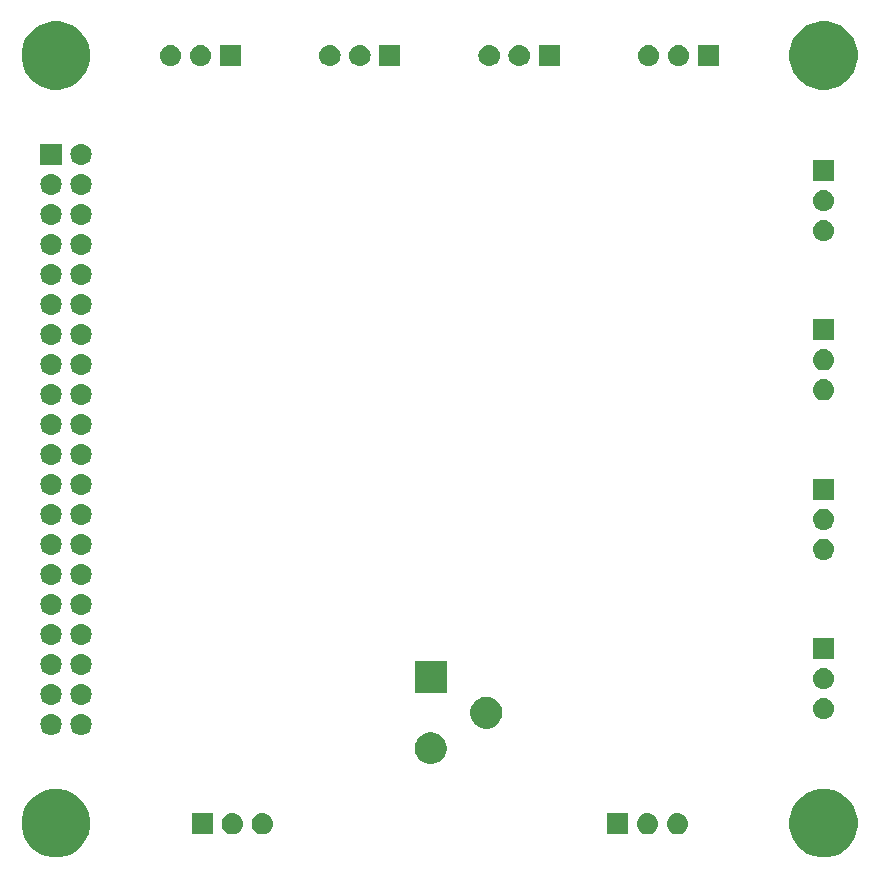
<source format=gbr>
G04 #@! TF.GenerationSoftware,KiCad,Pcbnew,(5.1.4-0-10_14)*
G04 #@! TF.CreationDate,2020-12-31T20:35:18-07:00*
G04 #@! TF.ProjectId,Motherboard,4d6f7468-6572-4626-9f61-72642e6b6963,rev?*
G04 #@! TF.SameCoordinates,Original*
G04 #@! TF.FileFunction,Soldermask,Bot*
G04 #@! TF.FilePolarity,Negative*
%FSLAX46Y46*%
G04 Gerber Fmt 4.6, Leading zero omitted, Abs format (unit mm)*
G04 Created by KiCad (PCBNEW (5.1.4-0-10_14)) date 2020-12-31 20:35:18*
%MOMM*%
%LPD*%
G04 APERTURE LIST*
%ADD10C,0.100000*%
G04 APERTURE END LIST*
D10*
G36*
X120846189Y-92210483D02*
G01*
X120846192Y-92210484D01*
X120846191Y-92210484D01*
X121374139Y-92429167D01*
X121849280Y-92746646D01*
X122253354Y-93150720D01*
X122570833Y-93625861D01*
X122570834Y-93625863D01*
X122789517Y-94153811D01*
X122901000Y-94714275D01*
X122901000Y-95285725D01*
X122789517Y-95846189D01*
X122774500Y-95882443D01*
X122570833Y-96374139D01*
X122253354Y-96849280D01*
X121849280Y-97253354D01*
X121374139Y-97570833D01*
X121374138Y-97570834D01*
X121374137Y-97570834D01*
X120846189Y-97789517D01*
X120285725Y-97901000D01*
X119714275Y-97901000D01*
X119153811Y-97789517D01*
X118625863Y-97570834D01*
X118625862Y-97570834D01*
X118625861Y-97570833D01*
X118150720Y-97253354D01*
X117746646Y-96849280D01*
X117429167Y-96374139D01*
X117225500Y-95882443D01*
X117210483Y-95846189D01*
X117099000Y-95285725D01*
X117099000Y-94714275D01*
X117210483Y-94153811D01*
X117429166Y-93625863D01*
X117429167Y-93625861D01*
X117746646Y-93150720D01*
X118150720Y-92746646D01*
X118625861Y-92429167D01*
X119153809Y-92210484D01*
X119153808Y-92210484D01*
X119153811Y-92210483D01*
X119714275Y-92099000D01*
X120285725Y-92099000D01*
X120846189Y-92210483D01*
X120846189Y-92210483D01*
G37*
G36*
X55846189Y-92210483D02*
G01*
X55846192Y-92210484D01*
X55846191Y-92210484D01*
X56374139Y-92429167D01*
X56849280Y-92746646D01*
X57253354Y-93150720D01*
X57570833Y-93625861D01*
X57570834Y-93625863D01*
X57789517Y-94153811D01*
X57901000Y-94714275D01*
X57901000Y-95285725D01*
X57789517Y-95846189D01*
X57774500Y-95882443D01*
X57570833Y-96374139D01*
X57253354Y-96849280D01*
X56849280Y-97253354D01*
X56374139Y-97570833D01*
X56374138Y-97570834D01*
X56374137Y-97570834D01*
X55846189Y-97789517D01*
X55285725Y-97901000D01*
X54714275Y-97901000D01*
X54153811Y-97789517D01*
X53625863Y-97570834D01*
X53625862Y-97570834D01*
X53625861Y-97570833D01*
X53150720Y-97253354D01*
X52746646Y-96849280D01*
X52429167Y-96374139D01*
X52225500Y-95882443D01*
X52210483Y-95846189D01*
X52099000Y-95285725D01*
X52099000Y-94714275D01*
X52210483Y-94153811D01*
X52429166Y-93625863D01*
X52429167Y-93625861D01*
X52746646Y-93150720D01*
X53150720Y-92746646D01*
X53625861Y-92429167D01*
X54153809Y-92210484D01*
X54153808Y-92210484D01*
X54153811Y-92210483D01*
X54714275Y-92099000D01*
X55285725Y-92099000D01*
X55846189Y-92210483D01*
X55846189Y-92210483D01*
G37*
G36*
X107740443Y-94151519D02*
G01*
X107806627Y-94158037D01*
X107976466Y-94209557D01*
X108132991Y-94293222D01*
X108168729Y-94322552D01*
X108270186Y-94405814D01*
X108353448Y-94507271D01*
X108382778Y-94543009D01*
X108466443Y-94699534D01*
X108517963Y-94869373D01*
X108535359Y-95046000D01*
X108517963Y-95222627D01*
X108466443Y-95392466D01*
X108382778Y-95548991D01*
X108353448Y-95584729D01*
X108270186Y-95686186D01*
X108168729Y-95769448D01*
X108132991Y-95798778D01*
X107976466Y-95882443D01*
X107806627Y-95933963D01*
X107740443Y-95940481D01*
X107674260Y-95947000D01*
X107585740Y-95947000D01*
X107519557Y-95940481D01*
X107453373Y-95933963D01*
X107283534Y-95882443D01*
X107127009Y-95798778D01*
X107091271Y-95769448D01*
X106989814Y-95686186D01*
X106906552Y-95584729D01*
X106877222Y-95548991D01*
X106793557Y-95392466D01*
X106742037Y-95222627D01*
X106724641Y-95046000D01*
X106742037Y-94869373D01*
X106793557Y-94699534D01*
X106877222Y-94543009D01*
X106906552Y-94507271D01*
X106989814Y-94405814D01*
X107091271Y-94322552D01*
X107127009Y-94293222D01*
X107283534Y-94209557D01*
X107453373Y-94158037D01*
X107519557Y-94151519D01*
X107585740Y-94145000D01*
X107674260Y-94145000D01*
X107740443Y-94151519D01*
X107740443Y-94151519D01*
G37*
G36*
X105200443Y-94151519D02*
G01*
X105266627Y-94158037D01*
X105436466Y-94209557D01*
X105592991Y-94293222D01*
X105628729Y-94322552D01*
X105730186Y-94405814D01*
X105813448Y-94507271D01*
X105842778Y-94543009D01*
X105926443Y-94699534D01*
X105977963Y-94869373D01*
X105995359Y-95046000D01*
X105977963Y-95222627D01*
X105926443Y-95392466D01*
X105842778Y-95548991D01*
X105813448Y-95584729D01*
X105730186Y-95686186D01*
X105628729Y-95769448D01*
X105592991Y-95798778D01*
X105436466Y-95882443D01*
X105266627Y-95933963D01*
X105200443Y-95940481D01*
X105134260Y-95947000D01*
X105045740Y-95947000D01*
X104979557Y-95940481D01*
X104913373Y-95933963D01*
X104743534Y-95882443D01*
X104587009Y-95798778D01*
X104551271Y-95769448D01*
X104449814Y-95686186D01*
X104366552Y-95584729D01*
X104337222Y-95548991D01*
X104253557Y-95392466D01*
X104202037Y-95222627D01*
X104184641Y-95046000D01*
X104202037Y-94869373D01*
X104253557Y-94699534D01*
X104337222Y-94543009D01*
X104366552Y-94507271D01*
X104449814Y-94405814D01*
X104551271Y-94322552D01*
X104587009Y-94293222D01*
X104743534Y-94209557D01*
X104913373Y-94158037D01*
X104979557Y-94151519D01*
X105045740Y-94145000D01*
X105134260Y-94145000D01*
X105200443Y-94151519D01*
X105200443Y-94151519D01*
G37*
G36*
X103451000Y-95947000D02*
G01*
X101649000Y-95947000D01*
X101649000Y-94145000D01*
X103451000Y-94145000D01*
X103451000Y-95947000D01*
X103451000Y-95947000D01*
G37*
G36*
X72590443Y-94151519D02*
G01*
X72656627Y-94158037D01*
X72826466Y-94209557D01*
X72982991Y-94293222D01*
X73018729Y-94322552D01*
X73120186Y-94405814D01*
X73203448Y-94507271D01*
X73232778Y-94543009D01*
X73316443Y-94699534D01*
X73367963Y-94869373D01*
X73385359Y-95046000D01*
X73367963Y-95222627D01*
X73316443Y-95392466D01*
X73232778Y-95548991D01*
X73203448Y-95584729D01*
X73120186Y-95686186D01*
X73018729Y-95769448D01*
X72982991Y-95798778D01*
X72826466Y-95882443D01*
X72656627Y-95933963D01*
X72590443Y-95940481D01*
X72524260Y-95947000D01*
X72435740Y-95947000D01*
X72369557Y-95940481D01*
X72303373Y-95933963D01*
X72133534Y-95882443D01*
X71977009Y-95798778D01*
X71941271Y-95769448D01*
X71839814Y-95686186D01*
X71756552Y-95584729D01*
X71727222Y-95548991D01*
X71643557Y-95392466D01*
X71592037Y-95222627D01*
X71574641Y-95046000D01*
X71592037Y-94869373D01*
X71643557Y-94699534D01*
X71727222Y-94543009D01*
X71756552Y-94507271D01*
X71839814Y-94405814D01*
X71941271Y-94322552D01*
X71977009Y-94293222D01*
X72133534Y-94209557D01*
X72303373Y-94158037D01*
X72369557Y-94151519D01*
X72435740Y-94145000D01*
X72524260Y-94145000D01*
X72590443Y-94151519D01*
X72590443Y-94151519D01*
G37*
G36*
X70050443Y-94151519D02*
G01*
X70116627Y-94158037D01*
X70286466Y-94209557D01*
X70442991Y-94293222D01*
X70478729Y-94322552D01*
X70580186Y-94405814D01*
X70663448Y-94507271D01*
X70692778Y-94543009D01*
X70776443Y-94699534D01*
X70827963Y-94869373D01*
X70845359Y-95046000D01*
X70827963Y-95222627D01*
X70776443Y-95392466D01*
X70692778Y-95548991D01*
X70663448Y-95584729D01*
X70580186Y-95686186D01*
X70478729Y-95769448D01*
X70442991Y-95798778D01*
X70286466Y-95882443D01*
X70116627Y-95933963D01*
X70050443Y-95940481D01*
X69984260Y-95947000D01*
X69895740Y-95947000D01*
X69829557Y-95940481D01*
X69763373Y-95933963D01*
X69593534Y-95882443D01*
X69437009Y-95798778D01*
X69401271Y-95769448D01*
X69299814Y-95686186D01*
X69216552Y-95584729D01*
X69187222Y-95548991D01*
X69103557Y-95392466D01*
X69052037Y-95222627D01*
X69034641Y-95046000D01*
X69052037Y-94869373D01*
X69103557Y-94699534D01*
X69187222Y-94543009D01*
X69216552Y-94507271D01*
X69299814Y-94405814D01*
X69401271Y-94322552D01*
X69437009Y-94293222D01*
X69593534Y-94209557D01*
X69763373Y-94158037D01*
X69829557Y-94151519D01*
X69895740Y-94145000D01*
X69984260Y-94145000D01*
X70050443Y-94151519D01*
X70050443Y-94151519D01*
G37*
G36*
X68301000Y-95947000D02*
G01*
X66499000Y-95947000D01*
X66499000Y-94145000D01*
X68301000Y-94145000D01*
X68301000Y-95947000D01*
X68301000Y-95947000D01*
G37*
G36*
X87144072Y-87346918D02*
G01*
X87389939Y-87448759D01*
X87611212Y-87596610D01*
X87799390Y-87784788D01*
X87947241Y-88006061D01*
X88049082Y-88251928D01*
X88101000Y-88512938D01*
X88101000Y-88779062D01*
X88049082Y-89040072D01*
X87947241Y-89285939D01*
X87799390Y-89507212D01*
X87611212Y-89695390D01*
X87389939Y-89843241D01*
X87389938Y-89843242D01*
X87389937Y-89843242D01*
X87144072Y-89945082D01*
X86883063Y-89997000D01*
X86616937Y-89997000D01*
X86355928Y-89945082D01*
X86110063Y-89843242D01*
X86110062Y-89843242D01*
X86110061Y-89843241D01*
X85888788Y-89695390D01*
X85700610Y-89507212D01*
X85552759Y-89285939D01*
X85450918Y-89040072D01*
X85399000Y-88779062D01*
X85399000Y-88512938D01*
X85450918Y-88251928D01*
X85552759Y-88006061D01*
X85700610Y-87784788D01*
X85888788Y-87596610D01*
X86110061Y-87448759D01*
X86355928Y-87346918D01*
X86616937Y-87295000D01*
X86883063Y-87295000D01*
X87144072Y-87346918D01*
X87144072Y-87346918D01*
G37*
G36*
X57244442Y-85740518D02*
G01*
X57310627Y-85747037D01*
X57480466Y-85798557D01*
X57636991Y-85882222D01*
X57672729Y-85911552D01*
X57774186Y-85994814D01*
X57857448Y-86096271D01*
X57886778Y-86132009D01*
X57970443Y-86288534D01*
X58021963Y-86458373D01*
X58039359Y-86635000D01*
X58021963Y-86811627D01*
X57970443Y-86981466D01*
X57886778Y-87137991D01*
X57857448Y-87173729D01*
X57774186Y-87275186D01*
X57686779Y-87346918D01*
X57636991Y-87387778D01*
X57636989Y-87387779D01*
X57522905Y-87448759D01*
X57480466Y-87471443D01*
X57310627Y-87522963D01*
X57244443Y-87529481D01*
X57178260Y-87536000D01*
X57089740Y-87536000D01*
X57023557Y-87529481D01*
X56957373Y-87522963D01*
X56787534Y-87471443D01*
X56745096Y-87448759D01*
X56631011Y-87387779D01*
X56631009Y-87387778D01*
X56581221Y-87346918D01*
X56493814Y-87275186D01*
X56410552Y-87173729D01*
X56381222Y-87137991D01*
X56297557Y-86981466D01*
X56246037Y-86811627D01*
X56228641Y-86635000D01*
X56246037Y-86458373D01*
X56297557Y-86288534D01*
X56381222Y-86132009D01*
X56410552Y-86096271D01*
X56493814Y-85994814D01*
X56595271Y-85911552D01*
X56631009Y-85882222D01*
X56787534Y-85798557D01*
X56957373Y-85747037D01*
X57023558Y-85740518D01*
X57089740Y-85734000D01*
X57178260Y-85734000D01*
X57244442Y-85740518D01*
X57244442Y-85740518D01*
G37*
G36*
X54704442Y-85740518D02*
G01*
X54770627Y-85747037D01*
X54940466Y-85798557D01*
X55096991Y-85882222D01*
X55132729Y-85911552D01*
X55234186Y-85994814D01*
X55317448Y-86096271D01*
X55346778Y-86132009D01*
X55430443Y-86288534D01*
X55481963Y-86458373D01*
X55499359Y-86635000D01*
X55481963Y-86811627D01*
X55430443Y-86981466D01*
X55346778Y-87137991D01*
X55317448Y-87173729D01*
X55234186Y-87275186D01*
X55146779Y-87346918D01*
X55096991Y-87387778D01*
X55096989Y-87387779D01*
X54982905Y-87448759D01*
X54940466Y-87471443D01*
X54770627Y-87522963D01*
X54704443Y-87529481D01*
X54638260Y-87536000D01*
X54549740Y-87536000D01*
X54483557Y-87529481D01*
X54417373Y-87522963D01*
X54247534Y-87471443D01*
X54205096Y-87448759D01*
X54091011Y-87387779D01*
X54091009Y-87387778D01*
X54041221Y-87346918D01*
X53953814Y-87275186D01*
X53870552Y-87173729D01*
X53841222Y-87137991D01*
X53757557Y-86981466D01*
X53706037Y-86811627D01*
X53688641Y-86635000D01*
X53706037Y-86458373D01*
X53757557Y-86288534D01*
X53841222Y-86132009D01*
X53870552Y-86096271D01*
X53953814Y-85994814D01*
X54055271Y-85911552D01*
X54091009Y-85882222D01*
X54247534Y-85798557D01*
X54417373Y-85747037D01*
X54483558Y-85740518D01*
X54549740Y-85734000D01*
X54638260Y-85734000D01*
X54704442Y-85740518D01*
X54704442Y-85740518D01*
G37*
G36*
X91844072Y-84346918D02*
G01*
X91945668Y-84389000D01*
X92089939Y-84448759D01*
X92097121Y-84453558D01*
X92311211Y-84596609D01*
X92499391Y-84784789D01*
X92647242Y-85006063D01*
X92749082Y-85251928D01*
X92801000Y-85512937D01*
X92801000Y-85779063D01*
X92749082Y-86040072D01*
X92647242Y-86285937D01*
X92532024Y-86458373D01*
X92499390Y-86507212D01*
X92311212Y-86695390D01*
X92089939Y-86843241D01*
X92089938Y-86843242D01*
X92089937Y-86843242D01*
X91844072Y-86945082D01*
X91583063Y-86997000D01*
X91316937Y-86997000D01*
X91055928Y-86945082D01*
X90810063Y-86843242D01*
X90810062Y-86843242D01*
X90810061Y-86843241D01*
X90588788Y-86695390D01*
X90400610Y-86507212D01*
X90367977Y-86458373D01*
X90252758Y-86285937D01*
X90150918Y-86040072D01*
X90099000Y-85779063D01*
X90099000Y-85512937D01*
X90150918Y-85251928D01*
X90252758Y-85006063D01*
X90400609Y-84784789D01*
X90588789Y-84596609D01*
X90802879Y-84453558D01*
X90810061Y-84448759D01*
X90954333Y-84389000D01*
X91055928Y-84346918D01*
X91316937Y-84295000D01*
X91583063Y-84295000D01*
X91844072Y-84346918D01*
X91844072Y-84346918D01*
G37*
G36*
X120110442Y-84395518D02*
G01*
X120176627Y-84402037D01*
X120346466Y-84453557D01*
X120502991Y-84537222D01*
X120538729Y-84566552D01*
X120640186Y-84649814D01*
X120710247Y-84735185D01*
X120752778Y-84787009D01*
X120836443Y-84943534D01*
X120887963Y-85113373D01*
X120905359Y-85290000D01*
X120887963Y-85466627D01*
X120836443Y-85636466D01*
X120752778Y-85792991D01*
X120748210Y-85798557D01*
X120640186Y-85930186D01*
X120561435Y-85994814D01*
X120502991Y-86042778D01*
X120346466Y-86126443D01*
X120176627Y-86177963D01*
X120110442Y-86184482D01*
X120044260Y-86191000D01*
X119955740Y-86191000D01*
X119889558Y-86184482D01*
X119823373Y-86177963D01*
X119653534Y-86126443D01*
X119497009Y-86042778D01*
X119438565Y-85994814D01*
X119359814Y-85930186D01*
X119251790Y-85798557D01*
X119247222Y-85792991D01*
X119163557Y-85636466D01*
X119112037Y-85466627D01*
X119094641Y-85290000D01*
X119112037Y-85113373D01*
X119163557Y-84943534D01*
X119247222Y-84787009D01*
X119289753Y-84735185D01*
X119359814Y-84649814D01*
X119461271Y-84566552D01*
X119497009Y-84537222D01*
X119653534Y-84453557D01*
X119823373Y-84402037D01*
X119889558Y-84395518D01*
X119955740Y-84389000D01*
X120044260Y-84389000D01*
X120110442Y-84395518D01*
X120110442Y-84395518D01*
G37*
G36*
X54704443Y-83200519D02*
G01*
X54770627Y-83207037D01*
X54940466Y-83258557D01*
X55096991Y-83342222D01*
X55132729Y-83371552D01*
X55234186Y-83454814D01*
X55317448Y-83556271D01*
X55346778Y-83592009D01*
X55430443Y-83748534D01*
X55481963Y-83918373D01*
X55499359Y-84095000D01*
X55481963Y-84271627D01*
X55430443Y-84441466D01*
X55346778Y-84597991D01*
X55317448Y-84633729D01*
X55234186Y-84735186D01*
X55132729Y-84818448D01*
X55096991Y-84847778D01*
X54940466Y-84931443D01*
X54770627Y-84982963D01*
X54704443Y-84989481D01*
X54638260Y-84996000D01*
X54549740Y-84996000D01*
X54483557Y-84989481D01*
X54417373Y-84982963D01*
X54247534Y-84931443D01*
X54091009Y-84847778D01*
X54055271Y-84818448D01*
X53953814Y-84735186D01*
X53870552Y-84633729D01*
X53841222Y-84597991D01*
X53757557Y-84441466D01*
X53706037Y-84271627D01*
X53688641Y-84095000D01*
X53706037Y-83918373D01*
X53757557Y-83748534D01*
X53841222Y-83592009D01*
X53870552Y-83556271D01*
X53953814Y-83454814D01*
X54055271Y-83371552D01*
X54091009Y-83342222D01*
X54247534Y-83258557D01*
X54417373Y-83207037D01*
X54483557Y-83200519D01*
X54549740Y-83194000D01*
X54638260Y-83194000D01*
X54704443Y-83200519D01*
X54704443Y-83200519D01*
G37*
G36*
X57244443Y-83200519D02*
G01*
X57310627Y-83207037D01*
X57480466Y-83258557D01*
X57636991Y-83342222D01*
X57672729Y-83371552D01*
X57774186Y-83454814D01*
X57857448Y-83556271D01*
X57886778Y-83592009D01*
X57970443Y-83748534D01*
X58021963Y-83918373D01*
X58039359Y-84095000D01*
X58021963Y-84271627D01*
X57970443Y-84441466D01*
X57886778Y-84597991D01*
X57857448Y-84633729D01*
X57774186Y-84735186D01*
X57672729Y-84818448D01*
X57636991Y-84847778D01*
X57480466Y-84931443D01*
X57310627Y-84982963D01*
X57244443Y-84989481D01*
X57178260Y-84996000D01*
X57089740Y-84996000D01*
X57023557Y-84989481D01*
X56957373Y-84982963D01*
X56787534Y-84931443D01*
X56631009Y-84847778D01*
X56595271Y-84818448D01*
X56493814Y-84735186D01*
X56410552Y-84633729D01*
X56381222Y-84597991D01*
X56297557Y-84441466D01*
X56246037Y-84271627D01*
X56228641Y-84095000D01*
X56246037Y-83918373D01*
X56297557Y-83748534D01*
X56381222Y-83592009D01*
X56410552Y-83556271D01*
X56493814Y-83454814D01*
X56595271Y-83371552D01*
X56631009Y-83342222D01*
X56787534Y-83258557D01*
X56957373Y-83207037D01*
X57023557Y-83200519D01*
X57089740Y-83194000D01*
X57178260Y-83194000D01*
X57244443Y-83200519D01*
X57244443Y-83200519D01*
G37*
G36*
X88101000Y-83997000D02*
G01*
X85399000Y-83997000D01*
X85399000Y-81295000D01*
X88101000Y-81295000D01*
X88101000Y-83997000D01*
X88101000Y-83997000D01*
G37*
G36*
X120110443Y-81855519D02*
G01*
X120176627Y-81862037D01*
X120346466Y-81913557D01*
X120502991Y-81997222D01*
X120538729Y-82026552D01*
X120640186Y-82109814D01*
X120710247Y-82195185D01*
X120752778Y-82247009D01*
X120836443Y-82403534D01*
X120887963Y-82573373D01*
X120905359Y-82750000D01*
X120887963Y-82926627D01*
X120836443Y-83096466D01*
X120752778Y-83252991D01*
X120748210Y-83258557D01*
X120640186Y-83390186D01*
X120561435Y-83454814D01*
X120502991Y-83502778D01*
X120346466Y-83586443D01*
X120176627Y-83637963D01*
X120110442Y-83644482D01*
X120044260Y-83651000D01*
X119955740Y-83651000D01*
X119889558Y-83644482D01*
X119823373Y-83637963D01*
X119653534Y-83586443D01*
X119497009Y-83502778D01*
X119438565Y-83454814D01*
X119359814Y-83390186D01*
X119251790Y-83258557D01*
X119247222Y-83252991D01*
X119163557Y-83096466D01*
X119112037Y-82926627D01*
X119094641Y-82750000D01*
X119112037Y-82573373D01*
X119163557Y-82403534D01*
X119247222Y-82247009D01*
X119289753Y-82195185D01*
X119359814Y-82109814D01*
X119461271Y-82026552D01*
X119497009Y-81997222D01*
X119653534Y-81913557D01*
X119823373Y-81862037D01*
X119889557Y-81855519D01*
X119955740Y-81849000D01*
X120044260Y-81849000D01*
X120110443Y-81855519D01*
X120110443Y-81855519D01*
G37*
G36*
X54704443Y-80660519D02*
G01*
X54770627Y-80667037D01*
X54940466Y-80718557D01*
X55096991Y-80802222D01*
X55132729Y-80831552D01*
X55234186Y-80914814D01*
X55317448Y-81016271D01*
X55346778Y-81052009D01*
X55430443Y-81208534D01*
X55481963Y-81378373D01*
X55499359Y-81555000D01*
X55481963Y-81731627D01*
X55430443Y-81901466D01*
X55346778Y-82057991D01*
X55317448Y-82093729D01*
X55234186Y-82195186D01*
X55132729Y-82278448D01*
X55096991Y-82307778D01*
X54940466Y-82391443D01*
X54770627Y-82442963D01*
X54704442Y-82449482D01*
X54638260Y-82456000D01*
X54549740Y-82456000D01*
X54483558Y-82449482D01*
X54417373Y-82442963D01*
X54247534Y-82391443D01*
X54091009Y-82307778D01*
X54055271Y-82278448D01*
X53953814Y-82195186D01*
X53870552Y-82093729D01*
X53841222Y-82057991D01*
X53757557Y-81901466D01*
X53706037Y-81731627D01*
X53688641Y-81555000D01*
X53706037Y-81378373D01*
X53757557Y-81208534D01*
X53841222Y-81052009D01*
X53870552Y-81016271D01*
X53953814Y-80914814D01*
X54055271Y-80831552D01*
X54091009Y-80802222D01*
X54247534Y-80718557D01*
X54417373Y-80667037D01*
X54483557Y-80660519D01*
X54549740Y-80654000D01*
X54638260Y-80654000D01*
X54704443Y-80660519D01*
X54704443Y-80660519D01*
G37*
G36*
X57244443Y-80660519D02*
G01*
X57310627Y-80667037D01*
X57480466Y-80718557D01*
X57636991Y-80802222D01*
X57672729Y-80831552D01*
X57774186Y-80914814D01*
X57857448Y-81016271D01*
X57886778Y-81052009D01*
X57970443Y-81208534D01*
X58021963Y-81378373D01*
X58039359Y-81555000D01*
X58021963Y-81731627D01*
X57970443Y-81901466D01*
X57886778Y-82057991D01*
X57857448Y-82093729D01*
X57774186Y-82195186D01*
X57672729Y-82278448D01*
X57636991Y-82307778D01*
X57480466Y-82391443D01*
X57310627Y-82442963D01*
X57244442Y-82449482D01*
X57178260Y-82456000D01*
X57089740Y-82456000D01*
X57023558Y-82449482D01*
X56957373Y-82442963D01*
X56787534Y-82391443D01*
X56631009Y-82307778D01*
X56595271Y-82278448D01*
X56493814Y-82195186D01*
X56410552Y-82093729D01*
X56381222Y-82057991D01*
X56297557Y-81901466D01*
X56246037Y-81731627D01*
X56228641Y-81555000D01*
X56246037Y-81378373D01*
X56297557Y-81208534D01*
X56381222Y-81052009D01*
X56410552Y-81016271D01*
X56493814Y-80914814D01*
X56595271Y-80831552D01*
X56631009Y-80802222D01*
X56787534Y-80718557D01*
X56957373Y-80667037D01*
X57023557Y-80660519D01*
X57089740Y-80654000D01*
X57178260Y-80654000D01*
X57244443Y-80660519D01*
X57244443Y-80660519D01*
G37*
G36*
X120901000Y-81111000D02*
G01*
X119099000Y-81111000D01*
X119099000Y-79309000D01*
X120901000Y-79309000D01*
X120901000Y-81111000D01*
X120901000Y-81111000D01*
G37*
G36*
X57244442Y-78120518D02*
G01*
X57310627Y-78127037D01*
X57480466Y-78178557D01*
X57636991Y-78262222D01*
X57672729Y-78291552D01*
X57774186Y-78374814D01*
X57857448Y-78476271D01*
X57886778Y-78512009D01*
X57970443Y-78668534D01*
X58021963Y-78838373D01*
X58039359Y-79015000D01*
X58021963Y-79191627D01*
X57970443Y-79361466D01*
X57886778Y-79517991D01*
X57857448Y-79553729D01*
X57774186Y-79655186D01*
X57672729Y-79738448D01*
X57636991Y-79767778D01*
X57480466Y-79851443D01*
X57310627Y-79902963D01*
X57244442Y-79909482D01*
X57178260Y-79916000D01*
X57089740Y-79916000D01*
X57023558Y-79909482D01*
X56957373Y-79902963D01*
X56787534Y-79851443D01*
X56631009Y-79767778D01*
X56595271Y-79738448D01*
X56493814Y-79655186D01*
X56410552Y-79553729D01*
X56381222Y-79517991D01*
X56297557Y-79361466D01*
X56246037Y-79191627D01*
X56228641Y-79015000D01*
X56246037Y-78838373D01*
X56297557Y-78668534D01*
X56381222Y-78512009D01*
X56410552Y-78476271D01*
X56493814Y-78374814D01*
X56595271Y-78291552D01*
X56631009Y-78262222D01*
X56787534Y-78178557D01*
X56957373Y-78127037D01*
X57023558Y-78120518D01*
X57089740Y-78114000D01*
X57178260Y-78114000D01*
X57244442Y-78120518D01*
X57244442Y-78120518D01*
G37*
G36*
X54704442Y-78120518D02*
G01*
X54770627Y-78127037D01*
X54940466Y-78178557D01*
X55096991Y-78262222D01*
X55132729Y-78291552D01*
X55234186Y-78374814D01*
X55317448Y-78476271D01*
X55346778Y-78512009D01*
X55430443Y-78668534D01*
X55481963Y-78838373D01*
X55499359Y-79015000D01*
X55481963Y-79191627D01*
X55430443Y-79361466D01*
X55346778Y-79517991D01*
X55317448Y-79553729D01*
X55234186Y-79655186D01*
X55132729Y-79738448D01*
X55096991Y-79767778D01*
X54940466Y-79851443D01*
X54770627Y-79902963D01*
X54704442Y-79909482D01*
X54638260Y-79916000D01*
X54549740Y-79916000D01*
X54483558Y-79909482D01*
X54417373Y-79902963D01*
X54247534Y-79851443D01*
X54091009Y-79767778D01*
X54055271Y-79738448D01*
X53953814Y-79655186D01*
X53870552Y-79553729D01*
X53841222Y-79517991D01*
X53757557Y-79361466D01*
X53706037Y-79191627D01*
X53688641Y-79015000D01*
X53706037Y-78838373D01*
X53757557Y-78668534D01*
X53841222Y-78512009D01*
X53870552Y-78476271D01*
X53953814Y-78374814D01*
X54055271Y-78291552D01*
X54091009Y-78262222D01*
X54247534Y-78178557D01*
X54417373Y-78127037D01*
X54483558Y-78120518D01*
X54549740Y-78114000D01*
X54638260Y-78114000D01*
X54704442Y-78120518D01*
X54704442Y-78120518D01*
G37*
G36*
X54704442Y-75580518D02*
G01*
X54770627Y-75587037D01*
X54940466Y-75638557D01*
X55096991Y-75722222D01*
X55132729Y-75751552D01*
X55234186Y-75834814D01*
X55317448Y-75936271D01*
X55346778Y-75972009D01*
X55430443Y-76128534D01*
X55481963Y-76298373D01*
X55499359Y-76475000D01*
X55481963Y-76651627D01*
X55430443Y-76821466D01*
X55346778Y-76977991D01*
X55317448Y-77013729D01*
X55234186Y-77115186D01*
X55132729Y-77198448D01*
X55096991Y-77227778D01*
X54940466Y-77311443D01*
X54770627Y-77362963D01*
X54704442Y-77369482D01*
X54638260Y-77376000D01*
X54549740Y-77376000D01*
X54483558Y-77369482D01*
X54417373Y-77362963D01*
X54247534Y-77311443D01*
X54091009Y-77227778D01*
X54055271Y-77198448D01*
X53953814Y-77115186D01*
X53870552Y-77013729D01*
X53841222Y-76977991D01*
X53757557Y-76821466D01*
X53706037Y-76651627D01*
X53688641Y-76475000D01*
X53706037Y-76298373D01*
X53757557Y-76128534D01*
X53841222Y-75972009D01*
X53870552Y-75936271D01*
X53953814Y-75834814D01*
X54055271Y-75751552D01*
X54091009Y-75722222D01*
X54247534Y-75638557D01*
X54417373Y-75587037D01*
X54483558Y-75580518D01*
X54549740Y-75574000D01*
X54638260Y-75574000D01*
X54704442Y-75580518D01*
X54704442Y-75580518D01*
G37*
G36*
X57244442Y-75580518D02*
G01*
X57310627Y-75587037D01*
X57480466Y-75638557D01*
X57636991Y-75722222D01*
X57672729Y-75751552D01*
X57774186Y-75834814D01*
X57857448Y-75936271D01*
X57886778Y-75972009D01*
X57970443Y-76128534D01*
X58021963Y-76298373D01*
X58039359Y-76475000D01*
X58021963Y-76651627D01*
X57970443Y-76821466D01*
X57886778Y-76977991D01*
X57857448Y-77013729D01*
X57774186Y-77115186D01*
X57672729Y-77198448D01*
X57636991Y-77227778D01*
X57480466Y-77311443D01*
X57310627Y-77362963D01*
X57244442Y-77369482D01*
X57178260Y-77376000D01*
X57089740Y-77376000D01*
X57023558Y-77369482D01*
X56957373Y-77362963D01*
X56787534Y-77311443D01*
X56631009Y-77227778D01*
X56595271Y-77198448D01*
X56493814Y-77115186D01*
X56410552Y-77013729D01*
X56381222Y-76977991D01*
X56297557Y-76821466D01*
X56246037Y-76651627D01*
X56228641Y-76475000D01*
X56246037Y-76298373D01*
X56297557Y-76128534D01*
X56381222Y-75972009D01*
X56410552Y-75936271D01*
X56493814Y-75834814D01*
X56595271Y-75751552D01*
X56631009Y-75722222D01*
X56787534Y-75638557D01*
X56957373Y-75587037D01*
X57023558Y-75580518D01*
X57089740Y-75574000D01*
X57178260Y-75574000D01*
X57244442Y-75580518D01*
X57244442Y-75580518D01*
G37*
G36*
X57244443Y-73040519D02*
G01*
X57310627Y-73047037D01*
X57480466Y-73098557D01*
X57636991Y-73182222D01*
X57672729Y-73211552D01*
X57774186Y-73294814D01*
X57857448Y-73396271D01*
X57886778Y-73432009D01*
X57970443Y-73588534D01*
X58021963Y-73758373D01*
X58039359Y-73935000D01*
X58021963Y-74111627D01*
X57970443Y-74281466D01*
X57886778Y-74437991D01*
X57857448Y-74473729D01*
X57774186Y-74575186D01*
X57672729Y-74658448D01*
X57636991Y-74687778D01*
X57480466Y-74771443D01*
X57310627Y-74822963D01*
X57244442Y-74829482D01*
X57178260Y-74836000D01*
X57089740Y-74836000D01*
X57023558Y-74829482D01*
X56957373Y-74822963D01*
X56787534Y-74771443D01*
X56631009Y-74687778D01*
X56595271Y-74658448D01*
X56493814Y-74575186D01*
X56410552Y-74473729D01*
X56381222Y-74437991D01*
X56297557Y-74281466D01*
X56246037Y-74111627D01*
X56228641Y-73935000D01*
X56246037Y-73758373D01*
X56297557Y-73588534D01*
X56381222Y-73432009D01*
X56410552Y-73396271D01*
X56493814Y-73294814D01*
X56595271Y-73211552D01*
X56631009Y-73182222D01*
X56787534Y-73098557D01*
X56957373Y-73047037D01*
X57023557Y-73040519D01*
X57089740Y-73034000D01*
X57178260Y-73034000D01*
X57244443Y-73040519D01*
X57244443Y-73040519D01*
G37*
G36*
X54704443Y-73040519D02*
G01*
X54770627Y-73047037D01*
X54940466Y-73098557D01*
X55096991Y-73182222D01*
X55132729Y-73211552D01*
X55234186Y-73294814D01*
X55317448Y-73396271D01*
X55346778Y-73432009D01*
X55430443Y-73588534D01*
X55481963Y-73758373D01*
X55499359Y-73935000D01*
X55481963Y-74111627D01*
X55430443Y-74281466D01*
X55346778Y-74437991D01*
X55317448Y-74473729D01*
X55234186Y-74575186D01*
X55132729Y-74658448D01*
X55096991Y-74687778D01*
X54940466Y-74771443D01*
X54770627Y-74822963D01*
X54704442Y-74829482D01*
X54638260Y-74836000D01*
X54549740Y-74836000D01*
X54483558Y-74829482D01*
X54417373Y-74822963D01*
X54247534Y-74771443D01*
X54091009Y-74687778D01*
X54055271Y-74658448D01*
X53953814Y-74575186D01*
X53870552Y-74473729D01*
X53841222Y-74437991D01*
X53757557Y-74281466D01*
X53706037Y-74111627D01*
X53688641Y-73935000D01*
X53706037Y-73758373D01*
X53757557Y-73588534D01*
X53841222Y-73432009D01*
X53870552Y-73396271D01*
X53953814Y-73294814D01*
X54055271Y-73211552D01*
X54091009Y-73182222D01*
X54247534Y-73098557D01*
X54417373Y-73047037D01*
X54483557Y-73040519D01*
X54549740Y-73034000D01*
X54638260Y-73034000D01*
X54704443Y-73040519D01*
X54704443Y-73040519D01*
G37*
G36*
X120110443Y-70905519D02*
G01*
X120176627Y-70912037D01*
X120346466Y-70963557D01*
X120502991Y-71047222D01*
X120538729Y-71076552D01*
X120640186Y-71159814D01*
X120723448Y-71261271D01*
X120752778Y-71297009D01*
X120836443Y-71453534D01*
X120887963Y-71623373D01*
X120905359Y-71800000D01*
X120887963Y-71976627D01*
X120836443Y-72146466D01*
X120752778Y-72302991D01*
X120723448Y-72338729D01*
X120640186Y-72440186D01*
X120538729Y-72523448D01*
X120502991Y-72552778D01*
X120346466Y-72636443D01*
X120176627Y-72687963D01*
X120110443Y-72694481D01*
X120044260Y-72701000D01*
X119955740Y-72701000D01*
X119889557Y-72694481D01*
X119823373Y-72687963D01*
X119653534Y-72636443D01*
X119497009Y-72552778D01*
X119461271Y-72523448D01*
X119359814Y-72440186D01*
X119276552Y-72338729D01*
X119247222Y-72302991D01*
X119163557Y-72146466D01*
X119112037Y-71976627D01*
X119094641Y-71800000D01*
X119112037Y-71623373D01*
X119163557Y-71453534D01*
X119247222Y-71297009D01*
X119276552Y-71261271D01*
X119359814Y-71159814D01*
X119461271Y-71076552D01*
X119497009Y-71047222D01*
X119653534Y-70963557D01*
X119823373Y-70912037D01*
X119889557Y-70905519D01*
X119955740Y-70899000D01*
X120044260Y-70899000D01*
X120110443Y-70905519D01*
X120110443Y-70905519D01*
G37*
G36*
X54704442Y-70500518D02*
G01*
X54770627Y-70507037D01*
X54940466Y-70558557D01*
X55096991Y-70642222D01*
X55132729Y-70671552D01*
X55234186Y-70754814D01*
X55317448Y-70856271D01*
X55346778Y-70892009D01*
X55430443Y-71048534D01*
X55481963Y-71218373D01*
X55499359Y-71395000D01*
X55481963Y-71571627D01*
X55430443Y-71741466D01*
X55346778Y-71897991D01*
X55317448Y-71933729D01*
X55234186Y-72035186D01*
X55132729Y-72118448D01*
X55096991Y-72147778D01*
X54940466Y-72231443D01*
X54770627Y-72282963D01*
X54704443Y-72289481D01*
X54638260Y-72296000D01*
X54549740Y-72296000D01*
X54483557Y-72289481D01*
X54417373Y-72282963D01*
X54247534Y-72231443D01*
X54091009Y-72147778D01*
X54055271Y-72118448D01*
X53953814Y-72035186D01*
X53870552Y-71933729D01*
X53841222Y-71897991D01*
X53757557Y-71741466D01*
X53706037Y-71571627D01*
X53688641Y-71395000D01*
X53706037Y-71218373D01*
X53757557Y-71048534D01*
X53841222Y-70892009D01*
X53870552Y-70856271D01*
X53953814Y-70754814D01*
X54055271Y-70671552D01*
X54091009Y-70642222D01*
X54247534Y-70558557D01*
X54417373Y-70507037D01*
X54483558Y-70500518D01*
X54549740Y-70494000D01*
X54638260Y-70494000D01*
X54704442Y-70500518D01*
X54704442Y-70500518D01*
G37*
G36*
X57244442Y-70500518D02*
G01*
X57310627Y-70507037D01*
X57480466Y-70558557D01*
X57636991Y-70642222D01*
X57672729Y-70671552D01*
X57774186Y-70754814D01*
X57857448Y-70856271D01*
X57886778Y-70892009D01*
X57970443Y-71048534D01*
X58021963Y-71218373D01*
X58039359Y-71395000D01*
X58021963Y-71571627D01*
X57970443Y-71741466D01*
X57886778Y-71897991D01*
X57857448Y-71933729D01*
X57774186Y-72035186D01*
X57672729Y-72118448D01*
X57636991Y-72147778D01*
X57480466Y-72231443D01*
X57310627Y-72282963D01*
X57244443Y-72289481D01*
X57178260Y-72296000D01*
X57089740Y-72296000D01*
X57023557Y-72289481D01*
X56957373Y-72282963D01*
X56787534Y-72231443D01*
X56631009Y-72147778D01*
X56595271Y-72118448D01*
X56493814Y-72035186D01*
X56410552Y-71933729D01*
X56381222Y-71897991D01*
X56297557Y-71741466D01*
X56246037Y-71571627D01*
X56228641Y-71395000D01*
X56246037Y-71218373D01*
X56297557Y-71048534D01*
X56381222Y-70892009D01*
X56410552Y-70856271D01*
X56493814Y-70754814D01*
X56595271Y-70671552D01*
X56631009Y-70642222D01*
X56787534Y-70558557D01*
X56957373Y-70507037D01*
X57023558Y-70500518D01*
X57089740Y-70494000D01*
X57178260Y-70494000D01*
X57244442Y-70500518D01*
X57244442Y-70500518D01*
G37*
G36*
X120110443Y-68365519D02*
G01*
X120176627Y-68372037D01*
X120346466Y-68423557D01*
X120502991Y-68507222D01*
X120538729Y-68536552D01*
X120640186Y-68619814D01*
X120723448Y-68721271D01*
X120752778Y-68757009D01*
X120836443Y-68913534D01*
X120887963Y-69083373D01*
X120905359Y-69260000D01*
X120887963Y-69436627D01*
X120836443Y-69606466D01*
X120752778Y-69762991D01*
X120723448Y-69798729D01*
X120640186Y-69900186D01*
X120538729Y-69983448D01*
X120502991Y-70012778D01*
X120346466Y-70096443D01*
X120176627Y-70147963D01*
X120110442Y-70154482D01*
X120044260Y-70161000D01*
X119955740Y-70161000D01*
X119889558Y-70154482D01*
X119823373Y-70147963D01*
X119653534Y-70096443D01*
X119497009Y-70012778D01*
X119461271Y-69983448D01*
X119359814Y-69900186D01*
X119276552Y-69798729D01*
X119247222Y-69762991D01*
X119163557Y-69606466D01*
X119112037Y-69436627D01*
X119094641Y-69260000D01*
X119112037Y-69083373D01*
X119163557Y-68913534D01*
X119247222Y-68757009D01*
X119276552Y-68721271D01*
X119359814Y-68619814D01*
X119461271Y-68536552D01*
X119497009Y-68507222D01*
X119653534Y-68423557D01*
X119823373Y-68372037D01*
X119889557Y-68365519D01*
X119955740Y-68359000D01*
X120044260Y-68359000D01*
X120110443Y-68365519D01*
X120110443Y-68365519D01*
G37*
G36*
X54704442Y-67960518D02*
G01*
X54770627Y-67967037D01*
X54940466Y-68018557D01*
X55096991Y-68102222D01*
X55132729Y-68131552D01*
X55234186Y-68214814D01*
X55317448Y-68316271D01*
X55346778Y-68352009D01*
X55430443Y-68508534D01*
X55481963Y-68678373D01*
X55499359Y-68855000D01*
X55481963Y-69031627D01*
X55430443Y-69201466D01*
X55346778Y-69357991D01*
X55317448Y-69393729D01*
X55234186Y-69495186D01*
X55132729Y-69578448D01*
X55096991Y-69607778D01*
X54940466Y-69691443D01*
X54770627Y-69742963D01*
X54704442Y-69749482D01*
X54638260Y-69756000D01*
X54549740Y-69756000D01*
X54483558Y-69749482D01*
X54417373Y-69742963D01*
X54247534Y-69691443D01*
X54091009Y-69607778D01*
X54055271Y-69578448D01*
X53953814Y-69495186D01*
X53870552Y-69393729D01*
X53841222Y-69357991D01*
X53757557Y-69201466D01*
X53706037Y-69031627D01*
X53688641Y-68855000D01*
X53706037Y-68678373D01*
X53757557Y-68508534D01*
X53841222Y-68352009D01*
X53870552Y-68316271D01*
X53953814Y-68214814D01*
X54055271Y-68131552D01*
X54091009Y-68102222D01*
X54247534Y-68018557D01*
X54417373Y-67967037D01*
X54483558Y-67960518D01*
X54549740Y-67954000D01*
X54638260Y-67954000D01*
X54704442Y-67960518D01*
X54704442Y-67960518D01*
G37*
G36*
X57244442Y-67960518D02*
G01*
X57310627Y-67967037D01*
X57480466Y-68018557D01*
X57636991Y-68102222D01*
X57672729Y-68131552D01*
X57774186Y-68214814D01*
X57857448Y-68316271D01*
X57886778Y-68352009D01*
X57970443Y-68508534D01*
X58021963Y-68678373D01*
X58039359Y-68855000D01*
X58021963Y-69031627D01*
X57970443Y-69201466D01*
X57886778Y-69357991D01*
X57857448Y-69393729D01*
X57774186Y-69495186D01*
X57672729Y-69578448D01*
X57636991Y-69607778D01*
X57480466Y-69691443D01*
X57310627Y-69742963D01*
X57244442Y-69749482D01*
X57178260Y-69756000D01*
X57089740Y-69756000D01*
X57023558Y-69749482D01*
X56957373Y-69742963D01*
X56787534Y-69691443D01*
X56631009Y-69607778D01*
X56595271Y-69578448D01*
X56493814Y-69495186D01*
X56410552Y-69393729D01*
X56381222Y-69357991D01*
X56297557Y-69201466D01*
X56246037Y-69031627D01*
X56228641Y-68855000D01*
X56246037Y-68678373D01*
X56297557Y-68508534D01*
X56381222Y-68352009D01*
X56410552Y-68316271D01*
X56493814Y-68214814D01*
X56595271Y-68131552D01*
X56631009Y-68102222D01*
X56787534Y-68018557D01*
X56957373Y-67967037D01*
X57023558Y-67960518D01*
X57089740Y-67954000D01*
X57178260Y-67954000D01*
X57244442Y-67960518D01*
X57244442Y-67960518D01*
G37*
G36*
X120901000Y-67621000D02*
G01*
X119099000Y-67621000D01*
X119099000Y-65819000D01*
X120901000Y-65819000D01*
X120901000Y-67621000D01*
X120901000Y-67621000D01*
G37*
G36*
X54704442Y-65420518D02*
G01*
X54770627Y-65427037D01*
X54940466Y-65478557D01*
X55096991Y-65562222D01*
X55132729Y-65591552D01*
X55234186Y-65674814D01*
X55317448Y-65776271D01*
X55346778Y-65812009D01*
X55430443Y-65968534D01*
X55481963Y-66138373D01*
X55499359Y-66315000D01*
X55481963Y-66491627D01*
X55430443Y-66661466D01*
X55346778Y-66817991D01*
X55317448Y-66853729D01*
X55234186Y-66955186D01*
X55132729Y-67038448D01*
X55096991Y-67067778D01*
X54940466Y-67151443D01*
X54770627Y-67202963D01*
X54704442Y-67209482D01*
X54638260Y-67216000D01*
X54549740Y-67216000D01*
X54483558Y-67209482D01*
X54417373Y-67202963D01*
X54247534Y-67151443D01*
X54091009Y-67067778D01*
X54055271Y-67038448D01*
X53953814Y-66955186D01*
X53870552Y-66853729D01*
X53841222Y-66817991D01*
X53757557Y-66661466D01*
X53706037Y-66491627D01*
X53688641Y-66315000D01*
X53706037Y-66138373D01*
X53757557Y-65968534D01*
X53841222Y-65812009D01*
X53870552Y-65776271D01*
X53953814Y-65674814D01*
X54055271Y-65591552D01*
X54091009Y-65562222D01*
X54247534Y-65478557D01*
X54417373Y-65427037D01*
X54483558Y-65420518D01*
X54549740Y-65414000D01*
X54638260Y-65414000D01*
X54704442Y-65420518D01*
X54704442Y-65420518D01*
G37*
G36*
X57244442Y-65420518D02*
G01*
X57310627Y-65427037D01*
X57480466Y-65478557D01*
X57636991Y-65562222D01*
X57672729Y-65591552D01*
X57774186Y-65674814D01*
X57857448Y-65776271D01*
X57886778Y-65812009D01*
X57970443Y-65968534D01*
X58021963Y-66138373D01*
X58039359Y-66315000D01*
X58021963Y-66491627D01*
X57970443Y-66661466D01*
X57886778Y-66817991D01*
X57857448Y-66853729D01*
X57774186Y-66955186D01*
X57672729Y-67038448D01*
X57636991Y-67067778D01*
X57480466Y-67151443D01*
X57310627Y-67202963D01*
X57244442Y-67209482D01*
X57178260Y-67216000D01*
X57089740Y-67216000D01*
X57023558Y-67209482D01*
X56957373Y-67202963D01*
X56787534Y-67151443D01*
X56631009Y-67067778D01*
X56595271Y-67038448D01*
X56493814Y-66955186D01*
X56410552Y-66853729D01*
X56381222Y-66817991D01*
X56297557Y-66661466D01*
X56246037Y-66491627D01*
X56228641Y-66315000D01*
X56246037Y-66138373D01*
X56297557Y-65968534D01*
X56381222Y-65812009D01*
X56410552Y-65776271D01*
X56493814Y-65674814D01*
X56595271Y-65591552D01*
X56631009Y-65562222D01*
X56787534Y-65478557D01*
X56957373Y-65427037D01*
X57023558Y-65420518D01*
X57089740Y-65414000D01*
X57178260Y-65414000D01*
X57244442Y-65420518D01*
X57244442Y-65420518D01*
G37*
G36*
X57244443Y-62880519D02*
G01*
X57310627Y-62887037D01*
X57480466Y-62938557D01*
X57636991Y-63022222D01*
X57672729Y-63051552D01*
X57774186Y-63134814D01*
X57857448Y-63236271D01*
X57886778Y-63272009D01*
X57970443Y-63428534D01*
X58021963Y-63598373D01*
X58039359Y-63775000D01*
X58021963Y-63951627D01*
X57970443Y-64121466D01*
X57886778Y-64277991D01*
X57857448Y-64313729D01*
X57774186Y-64415186D01*
X57672729Y-64498448D01*
X57636991Y-64527778D01*
X57480466Y-64611443D01*
X57310627Y-64662963D01*
X57244443Y-64669481D01*
X57178260Y-64676000D01*
X57089740Y-64676000D01*
X57023557Y-64669481D01*
X56957373Y-64662963D01*
X56787534Y-64611443D01*
X56631009Y-64527778D01*
X56595271Y-64498448D01*
X56493814Y-64415186D01*
X56410552Y-64313729D01*
X56381222Y-64277991D01*
X56297557Y-64121466D01*
X56246037Y-63951627D01*
X56228641Y-63775000D01*
X56246037Y-63598373D01*
X56297557Y-63428534D01*
X56381222Y-63272009D01*
X56410552Y-63236271D01*
X56493814Y-63134814D01*
X56595271Y-63051552D01*
X56631009Y-63022222D01*
X56787534Y-62938557D01*
X56957373Y-62887037D01*
X57023557Y-62880519D01*
X57089740Y-62874000D01*
X57178260Y-62874000D01*
X57244443Y-62880519D01*
X57244443Y-62880519D01*
G37*
G36*
X54704443Y-62880519D02*
G01*
X54770627Y-62887037D01*
X54940466Y-62938557D01*
X55096991Y-63022222D01*
X55132729Y-63051552D01*
X55234186Y-63134814D01*
X55317448Y-63236271D01*
X55346778Y-63272009D01*
X55430443Y-63428534D01*
X55481963Y-63598373D01*
X55499359Y-63775000D01*
X55481963Y-63951627D01*
X55430443Y-64121466D01*
X55346778Y-64277991D01*
X55317448Y-64313729D01*
X55234186Y-64415186D01*
X55132729Y-64498448D01*
X55096991Y-64527778D01*
X54940466Y-64611443D01*
X54770627Y-64662963D01*
X54704443Y-64669481D01*
X54638260Y-64676000D01*
X54549740Y-64676000D01*
X54483557Y-64669481D01*
X54417373Y-64662963D01*
X54247534Y-64611443D01*
X54091009Y-64527778D01*
X54055271Y-64498448D01*
X53953814Y-64415186D01*
X53870552Y-64313729D01*
X53841222Y-64277991D01*
X53757557Y-64121466D01*
X53706037Y-63951627D01*
X53688641Y-63775000D01*
X53706037Y-63598373D01*
X53757557Y-63428534D01*
X53841222Y-63272009D01*
X53870552Y-63236271D01*
X53953814Y-63134814D01*
X54055271Y-63051552D01*
X54091009Y-63022222D01*
X54247534Y-62938557D01*
X54417373Y-62887037D01*
X54483557Y-62880519D01*
X54549740Y-62874000D01*
X54638260Y-62874000D01*
X54704443Y-62880519D01*
X54704443Y-62880519D01*
G37*
G36*
X57244442Y-60340518D02*
G01*
X57310627Y-60347037D01*
X57480466Y-60398557D01*
X57636991Y-60482222D01*
X57672729Y-60511552D01*
X57774186Y-60594814D01*
X57857448Y-60696271D01*
X57886778Y-60732009D01*
X57970443Y-60888534D01*
X58021963Y-61058373D01*
X58039359Y-61235000D01*
X58021963Y-61411627D01*
X57970443Y-61581466D01*
X57886778Y-61737991D01*
X57857448Y-61773729D01*
X57774186Y-61875186D01*
X57672729Y-61958448D01*
X57636991Y-61987778D01*
X57480466Y-62071443D01*
X57310627Y-62122963D01*
X57244443Y-62129481D01*
X57178260Y-62136000D01*
X57089740Y-62136000D01*
X57023557Y-62129481D01*
X56957373Y-62122963D01*
X56787534Y-62071443D01*
X56631009Y-61987778D01*
X56595271Y-61958448D01*
X56493814Y-61875186D01*
X56410552Y-61773729D01*
X56381222Y-61737991D01*
X56297557Y-61581466D01*
X56246037Y-61411627D01*
X56228641Y-61235000D01*
X56246037Y-61058373D01*
X56297557Y-60888534D01*
X56381222Y-60732009D01*
X56410552Y-60696271D01*
X56493814Y-60594814D01*
X56595271Y-60511552D01*
X56631009Y-60482222D01*
X56787534Y-60398557D01*
X56957373Y-60347037D01*
X57023558Y-60340518D01*
X57089740Y-60334000D01*
X57178260Y-60334000D01*
X57244442Y-60340518D01*
X57244442Y-60340518D01*
G37*
G36*
X54704442Y-60340518D02*
G01*
X54770627Y-60347037D01*
X54940466Y-60398557D01*
X55096991Y-60482222D01*
X55132729Y-60511552D01*
X55234186Y-60594814D01*
X55317448Y-60696271D01*
X55346778Y-60732009D01*
X55430443Y-60888534D01*
X55481963Y-61058373D01*
X55499359Y-61235000D01*
X55481963Y-61411627D01*
X55430443Y-61581466D01*
X55346778Y-61737991D01*
X55317448Y-61773729D01*
X55234186Y-61875186D01*
X55132729Y-61958448D01*
X55096991Y-61987778D01*
X54940466Y-62071443D01*
X54770627Y-62122963D01*
X54704443Y-62129481D01*
X54638260Y-62136000D01*
X54549740Y-62136000D01*
X54483557Y-62129481D01*
X54417373Y-62122963D01*
X54247534Y-62071443D01*
X54091009Y-61987778D01*
X54055271Y-61958448D01*
X53953814Y-61875186D01*
X53870552Y-61773729D01*
X53841222Y-61737991D01*
X53757557Y-61581466D01*
X53706037Y-61411627D01*
X53688641Y-61235000D01*
X53706037Y-61058373D01*
X53757557Y-60888534D01*
X53841222Y-60732009D01*
X53870552Y-60696271D01*
X53953814Y-60594814D01*
X54055271Y-60511552D01*
X54091009Y-60482222D01*
X54247534Y-60398557D01*
X54417373Y-60347037D01*
X54483558Y-60340518D01*
X54549740Y-60334000D01*
X54638260Y-60334000D01*
X54704442Y-60340518D01*
X54704442Y-60340518D01*
G37*
G36*
X57244443Y-57800519D02*
G01*
X57310627Y-57807037D01*
X57480466Y-57858557D01*
X57636991Y-57942222D01*
X57672729Y-57971552D01*
X57774186Y-58054814D01*
X57838658Y-58133375D01*
X57886778Y-58192009D01*
X57970443Y-58348534D01*
X58021963Y-58518373D01*
X58039359Y-58695000D01*
X58021963Y-58871627D01*
X57970443Y-59041466D01*
X57886778Y-59197991D01*
X57857448Y-59233729D01*
X57774186Y-59335186D01*
X57672729Y-59418448D01*
X57636991Y-59447778D01*
X57480466Y-59531443D01*
X57310627Y-59582963D01*
X57244442Y-59589482D01*
X57178260Y-59596000D01*
X57089740Y-59596000D01*
X57023558Y-59589482D01*
X56957373Y-59582963D01*
X56787534Y-59531443D01*
X56631009Y-59447778D01*
X56595271Y-59418448D01*
X56493814Y-59335186D01*
X56410552Y-59233729D01*
X56381222Y-59197991D01*
X56297557Y-59041466D01*
X56246037Y-58871627D01*
X56228641Y-58695000D01*
X56246037Y-58518373D01*
X56297557Y-58348534D01*
X56381222Y-58192009D01*
X56429342Y-58133375D01*
X56493814Y-58054814D01*
X56595271Y-57971552D01*
X56631009Y-57942222D01*
X56787534Y-57858557D01*
X56957373Y-57807037D01*
X57023557Y-57800519D01*
X57089740Y-57794000D01*
X57178260Y-57794000D01*
X57244443Y-57800519D01*
X57244443Y-57800519D01*
G37*
G36*
X54704443Y-57800519D02*
G01*
X54770627Y-57807037D01*
X54940466Y-57858557D01*
X55096991Y-57942222D01*
X55132729Y-57971552D01*
X55234186Y-58054814D01*
X55298658Y-58133375D01*
X55346778Y-58192009D01*
X55430443Y-58348534D01*
X55481963Y-58518373D01*
X55499359Y-58695000D01*
X55481963Y-58871627D01*
X55430443Y-59041466D01*
X55346778Y-59197991D01*
X55317448Y-59233729D01*
X55234186Y-59335186D01*
X55132729Y-59418448D01*
X55096991Y-59447778D01*
X54940466Y-59531443D01*
X54770627Y-59582963D01*
X54704442Y-59589482D01*
X54638260Y-59596000D01*
X54549740Y-59596000D01*
X54483558Y-59589482D01*
X54417373Y-59582963D01*
X54247534Y-59531443D01*
X54091009Y-59447778D01*
X54055271Y-59418448D01*
X53953814Y-59335186D01*
X53870552Y-59233729D01*
X53841222Y-59197991D01*
X53757557Y-59041466D01*
X53706037Y-58871627D01*
X53688641Y-58695000D01*
X53706037Y-58518373D01*
X53757557Y-58348534D01*
X53841222Y-58192009D01*
X53889342Y-58133375D01*
X53953814Y-58054814D01*
X54055271Y-57971552D01*
X54091009Y-57942222D01*
X54247534Y-57858557D01*
X54417373Y-57807037D01*
X54483557Y-57800519D01*
X54549740Y-57794000D01*
X54638260Y-57794000D01*
X54704443Y-57800519D01*
X54704443Y-57800519D01*
G37*
G36*
X120110442Y-57415518D02*
G01*
X120176627Y-57422037D01*
X120346466Y-57473557D01*
X120502991Y-57557222D01*
X120538729Y-57586552D01*
X120640186Y-57669814D01*
X120723448Y-57771271D01*
X120752778Y-57807009D01*
X120836443Y-57963534D01*
X120887963Y-58133373D01*
X120905359Y-58310000D01*
X120887963Y-58486627D01*
X120836443Y-58656466D01*
X120752778Y-58812991D01*
X120723448Y-58848729D01*
X120640186Y-58950186D01*
X120538729Y-59033448D01*
X120502991Y-59062778D01*
X120346466Y-59146443D01*
X120176627Y-59197963D01*
X120110442Y-59204482D01*
X120044260Y-59211000D01*
X119955740Y-59211000D01*
X119889558Y-59204482D01*
X119823373Y-59197963D01*
X119653534Y-59146443D01*
X119497009Y-59062778D01*
X119461271Y-59033448D01*
X119359814Y-58950186D01*
X119276552Y-58848729D01*
X119247222Y-58812991D01*
X119163557Y-58656466D01*
X119112037Y-58486627D01*
X119094641Y-58310000D01*
X119112037Y-58133373D01*
X119163557Y-57963534D01*
X119247222Y-57807009D01*
X119276552Y-57771271D01*
X119359814Y-57669814D01*
X119461271Y-57586552D01*
X119497009Y-57557222D01*
X119653534Y-57473557D01*
X119823373Y-57422037D01*
X119889558Y-57415518D01*
X119955740Y-57409000D01*
X120044260Y-57409000D01*
X120110442Y-57415518D01*
X120110442Y-57415518D01*
G37*
G36*
X54704443Y-55260519D02*
G01*
X54770627Y-55267037D01*
X54940466Y-55318557D01*
X55096991Y-55402222D01*
X55132729Y-55431552D01*
X55234186Y-55514814D01*
X55298658Y-55593375D01*
X55346778Y-55652009D01*
X55430443Y-55808534D01*
X55481963Y-55978373D01*
X55499359Y-56155000D01*
X55481963Y-56331627D01*
X55430443Y-56501466D01*
X55346778Y-56657991D01*
X55317448Y-56693729D01*
X55234186Y-56795186D01*
X55132729Y-56878448D01*
X55096991Y-56907778D01*
X54940466Y-56991443D01*
X54770627Y-57042963D01*
X54704442Y-57049482D01*
X54638260Y-57056000D01*
X54549740Y-57056000D01*
X54483558Y-57049482D01*
X54417373Y-57042963D01*
X54247534Y-56991443D01*
X54091009Y-56907778D01*
X54055271Y-56878448D01*
X53953814Y-56795186D01*
X53870552Y-56693729D01*
X53841222Y-56657991D01*
X53757557Y-56501466D01*
X53706037Y-56331627D01*
X53688641Y-56155000D01*
X53706037Y-55978373D01*
X53757557Y-55808534D01*
X53841222Y-55652009D01*
X53889342Y-55593375D01*
X53953814Y-55514814D01*
X54055271Y-55431552D01*
X54091009Y-55402222D01*
X54247534Y-55318557D01*
X54417373Y-55267037D01*
X54483557Y-55260519D01*
X54549740Y-55254000D01*
X54638260Y-55254000D01*
X54704443Y-55260519D01*
X54704443Y-55260519D01*
G37*
G36*
X57244443Y-55260519D02*
G01*
X57310627Y-55267037D01*
X57480466Y-55318557D01*
X57636991Y-55402222D01*
X57672729Y-55431552D01*
X57774186Y-55514814D01*
X57838658Y-55593375D01*
X57886778Y-55652009D01*
X57970443Y-55808534D01*
X58021963Y-55978373D01*
X58039359Y-56155000D01*
X58021963Y-56331627D01*
X57970443Y-56501466D01*
X57886778Y-56657991D01*
X57857448Y-56693729D01*
X57774186Y-56795186D01*
X57672729Y-56878448D01*
X57636991Y-56907778D01*
X57480466Y-56991443D01*
X57310627Y-57042963D01*
X57244442Y-57049482D01*
X57178260Y-57056000D01*
X57089740Y-57056000D01*
X57023558Y-57049482D01*
X56957373Y-57042963D01*
X56787534Y-56991443D01*
X56631009Y-56907778D01*
X56595271Y-56878448D01*
X56493814Y-56795186D01*
X56410552Y-56693729D01*
X56381222Y-56657991D01*
X56297557Y-56501466D01*
X56246037Y-56331627D01*
X56228641Y-56155000D01*
X56246037Y-55978373D01*
X56297557Y-55808534D01*
X56381222Y-55652009D01*
X56429342Y-55593375D01*
X56493814Y-55514814D01*
X56595271Y-55431552D01*
X56631009Y-55402222D01*
X56787534Y-55318557D01*
X56957373Y-55267037D01*
X57023557Y-55260519D01*
X57089740Y-55254000D01*
X57178260Y-55254000D01*
X57244443Y-55260519D01*
X57244443Y-55260519D01*
G37*
G36*
X120110443Y-54875519D02*
G01*
X120176627Y-54882037D01*
X120346466Y-54933557D01*
X120502991Y-55017222D01*
X120538729Y-55046552D01*
X120640186Y-55129814D01*
X120723448Y-55231271D01*
X120752778Y-55267009D01*
X120836443Y-55423534D01*
X120887963Y-55593373D01*
X120905359Y-55770000D01*
X120887963Y-55946627D01*
X120836443Y-56116466D01*
X120752778Y-56272991D01*
X120723448Y-56308729D01*
X120640186Y-56410186D01*
X120538729Y-56493448D01*
X120502991Y-56522778D01*
X120346466Y-56606443D01*
X120176627Y-56657963D01*
X120110443Y-56664481D01*
X120044260Y-56671000D01*
X119955740Y-56671000D01*
X119889557Y-56664481D01*
X119823373Y-56657963D01*
X119653534Y-56606443D01*
X119497009Y-56522778D01*
X119461271Y-56493448D01*
X119359814Y-56410186D01*
X119276552Y-56308729D01*
X119247222Y-56272991D01*
X119163557Y-56116466D01*
X119112037Y-55946627D01*
X119094641Y-55770000D01*
X119112037Y-55593373D01*
X119163557Y-55423534D01*
X119247222Y-55267009D01*
X119276552Y-55231271D01*
X119359814Y-55129814D01*
X119461271Y-55046552D01*
X119497009Y-55017222D01*
X119653534Y-54933557D01*
X119823373Y-54882037D01*
X119889557Y-54875519D01*
X119955740Y-54869000D01*
X120044260Y-54869000D01*
X120110443Y-54875519D01*
X120110443Y-54875519D01*
G37*
G36*
X57244442Y-52720518D02*
G01*
X57310627Y-52727037D01*
X57480466Y-52778557D01*
X57636991Y-52862222D01*
X57672729Y-52891552D01*
X57774186Y-52974814D01*
X57857448Y-53076271D01*
X57886778Y-53112009D01*
X57970443Y-53268534D01*
X58021963Y-53438373D01*
X58039359Y-53615000D01*
X58021963Y-53791627D01*
X57970443Y-53961466D01*
X57886778Y-54117991D01*
X57857448Y-54153729D01*
X57774186Y-54255186D01*
X57672729Y-54338448D01*
X57636991Y-54367778D01*
X57480466Y-54451443D01*
X57310627Y-54502963D01*
X57244443Y-54509481D01*
X57178260Y-54516000D01*
X57089740Y-54516000D01*
X57023557Y-54509481D01*
X56957373Y-54502963D01*
X56787534Y-54451443D01*
X56631009Y-54367778D01*
X56595271Y-54338448D01*
X56493814Y-54255186D01*
X56410552Y-54153729D01*
X56381222Y-54117991D01*
X56297557Y-53961466D01*
X56246037Y-53791627D01*
X56228641Y-53615000D01*
X56246037Y-53438373D01*
X56297557Y-53268534D01*
X56381222Y-53112009D01*
X56410552Y-53076271D01*
X56493814Y-52974814D01*
X56595271Y-52891552D01*
X56631009Y-52862222D01*
X56787534Y-52778557D01*
X56957373Y-52727037D01*
X57023558Y-52720518D01*
X57089740Y-52714000D01*
X57178260Y-52714000D01*
X57244442Y-52720518D01*
X57244442Y-52720518D01*
G37*
G36*
X54704442Y-52720518D02*
G01*
X54770627Y-52727037D01*
X54940466Y-52778557D01*
X55096991Y-52862222D01*
X55132729Y-52891552D01*
X55234186Y-52974814D01*
X55317448Y-53076271D01*
X55346778Y-53112009D01*
X55430443Y-53268534D01*
X55481963Y-53438373D01*
X55499359Y-53615000D01*
X55481963Y-53791627D01*
X55430443Y-53961466D01*
X55346778Y-54117991D01*
X55317448Y-54153729D01*
X55234186Y-54255186D01*
X55132729Y-54338448D01*
X55096991Y-54367778D01*
X54940466Y-54451443D01*
X54770627Y-54502963D01*
X54704443Y-54509481D01*
X54638260Y-54516000D01*
X54549740Y-54516000D01*
X54483557Y-54509481D01*
X54417373Y-54502963D01*
X54247534Y-54451443D01*
X54091009Y-54367778D01*
X54055271Y-54338448D01*
X53953814Y-54255186D01*
X53870552Y-54153729D01*
X53841222Y-54117991D01*
X53757557Y-53961466D01*
X53706037Y-53791627D01*
X53688641Y-53615000D01*
X53706037Y-53438373D01*
X53757557Y-53268534D01*
X53841222Y-53112009D01*
X53870552Y-53076271D01*
X53953814Y-52974814D01*
X54055271Y-52891552D01*
X54091009Y-52862222D01*
X54247534Y-52778557D01*
X54417373Y-52727037D01*
X54483558Y-52720518D01*
X54549740Y-52714000D01*
X54638260Y-52714000D01*
X54704442Y-52720518D01*
X54704442Y-52720518D01*
G37*
G36*
X120901000Y-54131000D02*
G01*
X119099000Y-54131000D01*
X119099000Y-52329000D01*
X120901000Y-52329000D01*
X120901000Y-54131000D01*
X120901000Y-54131000D01*
G37*
G36*
X54704443Y-50180519D02*
G01*
X54770627Y-50187037D01*
X54940466Y-50238557D01*
X55096991Y-50322222D01*
X55132729Y-50351552D01*
X55234186Y-50434814D01*
X55317448Y-50536271D01*
X55346778Y-50572009D01*
X55430443Y-50728534D01*
X55481963Y-50898373D01*
X55499359Y-51075000D01*
X55481963Y-51251627D01*
X55430443Y-51421466D01*
X55346778Y-51577991D01*
X55317448Y-51613729D01*
X55234186Y-51715186D01*
X55132729Y-51798448D01*
X55096991Y-51827778D01*
X54940466Y-51911443D01*
X54770627Y-51962963D01*
X54704442Y-51969482D01*
X54638260Y-51976000D01*
X54549740Y-51976000D01*
X54483558Y-51969482D01*
X54417373Y-51962963D01*
X54247534Y-51911443D01*
X54091009Y-51827778D01*
X54055271Y-51798448D01*
X53953814Y-51715186D01*
X53870552Y-51613729D01*
X53841222Y-51577991D01*
X53757557Y-51421466D01*
X53706037Y-51251627D01*
X53688641Y-51075000D01*
X53706037Y-50898373D01*
X53757557Y-50728534D01*
X53841222Y-50572009D01*
X53870552Y-50536271D01*
X53953814Y-50434814D01*
X54055271Y-50351552D01*
X54091009Y-50322222D01*
X54247534Y-50238557D01*
X54417373Y-50187037D01*
X54483557Y-50180519D01*
X54549740Y-50174000D01*
X54638260Y-50174000D01*
X54704443Y-50180519D01*
X54704443Y-50180519D01*
G37*
G36*
X57244443Y-50180519D02*
G01*
X57310627Y-50187037D01*
X57480466Y-50238557D01*
X57636991Y-50322222D01*
X57672729Y-50351552D01*
X57774186Y-50434814D01*
X57857448Y-50536271D01*
X57886778Y-50572009D01*
X57970443Y-50728534D01*
X58021963Y-50898373D01*
X58039359Y-51075000D01*
X58021963Y-51251627D01*
X57970443Y-51421466D01*
X57886778Y-51577991D01*
X57857448Y-51613729D01*
X57774186Y-51715186D01*
X57672729Y-51798448D01*
X57636991Y-51827778D01*
X57480466Y-51911443D01*
X57310627Y-51962963D01*
X57244442Y-51969482D01*
X57178260Y-51976000D01*
X57089740Y-51976000D01*
X57023558Y-51969482D01*
X56957373Y-51962963D01*
X56787534Y-51911443D01*
X56631009Y-51827778D01*
X56595271Y-51798448D01*
X56493814Y-51715186D01*
X56410552Y-51613729D01*
X56381222Y-51577991D01*
X56297557Y-51421466D01*
X56246037Y-51251627D01*
X56228641Y-51075000D01*
X56246037Y-50898373D01*
X56297557Y-50728534D01*
X56381222Y-50572009D01*
X56410552Y-50536271D01*
X56493814Y-50434814D01*
X56595271Y-50351552D01*
X56631009Y-50322222D01*
X56787534Y-50238557D01*
X56957373Y-50187037D01*
X57023557Y-50180519D01*
X57089740Y-50174000D01*
X57178260Y-50174000D01*
X57244443Y-50180519D01*
X57244443Y-50180519D01*
G37*
G36*
X54704442Y-47640518D02*
G01*
X54770627Y-47647037D01*
X54940466Y-47698557D01*
X55096991Y-47782222D01*
X55132729Y-47811552D01*
X55234186Y-47894814D01*
X55317448Y-47996271D01*
X55346778Y-48032009D01*
X55430443Y-48188534D01*
X55481963Y-48358373D01*
X55499359Y-48535000D01*
X55481963Y-48711627D01*
X55430443Y-48881466D01*
X55346778Y-49037991D01*
X55317448Y-49073729D01*
X55234186Y-49175186D01*
X55132729Y-49258448D01*
X55096991Y-49287778D01*
X54940466Y-49371443D01*
X54770627Y-49422963D01*
X54704442Y-49429482D01*
X54638260Y-49436000D01*
X54549740Y-49436000D01*
X54483558Y-49429482D01*
X54417373Y-49422963D01*
X54247534Y-49371443D01*
X54091009Y-49287778D01*
X54055271Y-49258448D01*
X53953814Y-49175186D01*
X53870552Y-49073729D01*
X53841222Y-49037991D01*
X53757557Y-48881466D01*
X53706037Y-48711627D01*
X53688641Y-48535000D01*
X53706037Y-48358373D01*
X53757557Y-48188534D01*
X53841222Y-48032009D01*
X53870552Y-47996271D01*
X53953814Y-47894814D01*
X54055271Y-47811552D01*
X54091009Y-47782222D01*
X54247534Y-47698557D01*
X54417373Y-47647037D01*
X54483558Y-47640518D01*
X54549740Y-47634000D01*
X54638260Y-47634000D01*
X54704442Y-47640518D01*
X54704442Y-47640518D01*
G37*
G36*
X57244442Y-47640518D02*
G01*
X57310627Y-47647037D01*
X57480466Y-47698557D01*
X57636991Y-47782222D01*
X57672729Y-47811552D01*
X57774186Y-47894814D01*
X57857448Y-47996271D01*
X57886778Y-48032009D01*
X57970443Y-48188534D01*
X58021963Y-48358373D01*
X58039359Y-48535000D01*
X58021963Y-48711627D01*
X57970443Y-48881466D01*
X57886778Y-49037991D01*
X57857448Y-49073729D01*
X57774186Y-49175186D01*
X57672729Y-49258448D01*
X57636991Y-49287778D01*
X57480466Y-49371443D01*
X57310627Y-49422963D01*
X57244442Y-49429482D01*
X57178260Y-49436000D01*
X57089740Y-49436000D01*
X57023558Y-49429482D01*
X56957373Y-49422963D01*
X56787534Y-49371443D01*
X56631009Y-49287778D01*
X56595271Y-49258448D01*
X56493814Y-49175186D01*
X56410552Y-49073729D01*
X56381222Y-49037991D01*
X56297557Y-48881466D01*
X56246037Y-48711627D01*
X56228641Y-48535000D01*
X56246037Y-48358373D01*
X56297557Y-48188534D01*
X56381222Y-48032009D01*
X56410552Y-47996271D01*
X56493814Y-47894814D01*
X56595271Y-47811552D01*
X56631009Y-47782222D01*
X56787534Y-47698557D01*
X56957373Y-47647037D01*
X57023558Y-47640518D01*
X57089740Y-47634000D01*
X57178260Y-47634000D01*
X57244442Y-47640518D01*
X57244442Y-47640518D01*
G37*
G36*
X54704443Y-45100519D02*
G01*
X54770627Y-45107037D01*
X54940466Y-45158557D01*
X55096991Y-45242222D01*
X55132729Y-45271552D01*
X55234186Y-45354814D01*
X55317448Y-45456271D01*
X55346778Y-45492009D01*
X55430443Y-45648534D01*
X55481963Y-45818373D01*
X55499359Y-45995000D01*
X55481963Y-46171627D01*
X55430443Y-46341466D01*
X55346778Y-46497991D01*
X55317448Y-46533729D01*
X55234186Y-46635186D01*
X55132729Y-46718448D01*
X55096991Y-46747778D01*
X54940466Y-46831443D01*
X54770627Y-46882963D01*
X54704443Y-46889481D01*
X54638260Y-46896000D01*
X54549740Y-46896000D01*
X54483557Y-46889481D01*
X54417373Y-46882963D01*
X54247534Y-46831443D01*
X54091009Y-46747778D01*
X54055271Y-46718448D01*
X53953814Y-46635186D01*
X53870552Y-46533729D01*
X53841222Y-46497991D01*
X53757557Y-46341466D01*
X53706037Y-46171627D01*
X53688641Y-45995000D01*
X53706037Y-45818373D01*
X53757557Y-45648534D01*
X53841222Y-45492009D01*
X53870552Y-45456271D01*
X53953814Y-45354814D01*
X54055271Y-45271552D01*
X54091009Y-45242222D01*
X54247534Y-45158557D01*
X54417373Y-45107037D01*
X54483557Y-45100519D01*
X54549740Y-45094000D01*
X54638260Y-45094000D01*
X54704443Y-45100519D01*
X54704443Y-45100519D01*
G37*
G36*
X57244443Y-45100519D02*
G01*
X57310627Y-45107037D01*
X57480466Y-45158557D01*
X57636991Y-45242222D01*
X57672729Y-45271552D01*
X57774186Y-45354814D01*
X57857448Y-45456271D01*
X57886778Y-45492009D01*
X57970443Y-45648534D01*
X58021963Y-45818373D01*
X58039359Y-45995000D01*
X58021963Y-46171627D01*
X57970443Y-46341466D01*
X57886778Y-46497991D01*
X57857448Y-46533729D01*
X57774186Y-46635186D01*
X57672729Y-46718448D01*
X57636991Y-46747778D01*
X57480466Y-46831443D01*
X57310627Y-46882963D01*
X57244443Y-46889481D01*
X57178260Y-46896000D01*
X57089740Y-46896000D01*
X57023557Y-46889481D01*
X56957373Y-46882963D01*
X56787534Y-46831443D01*
X56631009Y-46747778D01*
X56595271Y-46718448D01*
X56493814Y-46635186D01*
X56410552Y-46533729D01*
X56381222Y-46497991D01*
X56297557Y-46341466D01*
X56246037Y-46171627D01*
X56228641Y-45995000D01*
X56246037Y-45818373D01*
X56297557Y-45648534D01*
X56381222Y-45492009D01*
X56410552Y-45456271D01*
X56493814Y-45354814D01*
X56595271Y-45271552D01*
X56631009Y-45242222D01*
X56787534Y-45158557D01*
X56957373Y-45107037D01*
X57023557Y-45100519D01*
X57089740Y-45094000D01*
X57178260Y-45094000D01*
X57244443Y-45100519D01*
X57244443Y-45100519D01*
G37*
G36*
X120110443Y-43925519D02*
G01*
X120176627Y-43932037D01*
X120346466Y-43983557D01*
X120502991Y-44067222D01*
X120537064Y-44095185D01*
X120640186Y-44179814D01*
X120723448Y-44281271D01*
X120752778Y-44317009D01*
X120836443Y-44473534D01*
X120887963Y-44643373D01*
X120905359Y-44820000D01*
X120887963Y-44996627D01*
X120836443Y-45166466D01*
X120752778Y-45322991D01*
X120723448Y-45358729D01*
X120640186Y-45460186D01*
X120538729Y-45543448D01*
X120502991Y-45572778D01*
X120346466Y-45656443D01*
X120176627Y-45707963D01*
X120110442Y-45714482D01*
X120044260Y-45721000D01*
X119955740Y-45721000D01*
X119889557Y-45714481D01*
X119823373Y-45707963D01*
X119653534Y-45656443D01*
X119497009Y-45572778D01*
X119461271Y-45543448D01*
X119359814Y-45460186D01*
X119276552Y-45358729D01*
X119247222Y-45322991D01*
X119163557Y-45166466D01*
X119112037Y-44996627D01*
X119094641Y-44820000D01*
X119112037Y-44643373D01*
X119163557Y-44473534D01*
X119247222Y-44317009D01*
X119276552Y-44281271D01*
X119359814Y-44179814D01*
X119462936Y-44095185D01*
X119497009Y-44067222D01*
X119653534Y-43983557D01*
X119823373Y-43932037D01*
X119889558Y-43925518D01*
X119955740Y-43919000D01*
X120044260Y-43919000D01*
X120110443Y-43925519D01*
X120110443Y-43925519D01*
G37*
G36*
X57244442Y-42560518D02*
G01*
X57310627Y-42567037D01*
X57480466Y-42618557D01*
X57636991Y-42702222D01*
X57672729Y-42731552D01*
X57774186Y-42814814D01*
X57857448Y-42916271D01*
X57886778Y-42952009D01*
X57970443Y-43108534D01*
X58021963Y-43278373D01*
X58039359Y-43455000D01*
X58021963Y-43631627D01*
X57970443Y-43801466D01*
X57886778Y-43957991D01*
X57857448Y-43993729D01*
X57774186Y-44095186D01*
X57672729Y-44178448D01*
X57636991Y-44207778D01*
X57480466Y-44291443D01*
X57310627Y-44342963D01*
X57244442Y-44349482D01*
X57178260Y-44356000D01*
X57089740Y-44356000D01*
X57023558Y-44349482D01*
X56957373Y-44342963D01*
X56787534Y-44291443D01*
X56631009Y-44207778D01*
X56595271Y-44178448D01*
X56493814Y-44095186D01*
X56410552Y-43993729D01*
X56381222Y-43957991D01*
X56297557Y-43801466D01*
X56246037Y-43631627D01*
X56228641Y-43455000D01*
X56246037Y-43278373D01*
X56297557Y-43108534D01*
X56381222Y-42952009D01*
X56410552Y-42916271D01*
X56493814Y-42814814D01*
X56595271Y-42731552D01*
X56631009Y-42702222D01*
X56787534Y-42618557D01*
X56957373Y-42567037D01*
X57023558Y-42560518D01*
X57089740Y-42554000D01*
X57178260Y-42554000D01*
X57244442Y-42560518D01*
X57244442Y-42560518D01*
G37*
G36*
X54704442Y-42560518D02*
G01*
X54770627Y-42567037D01*
X54940466Y-42618557D01*
X55096991Y-42702222D01*
X55132729Y-42731552D01*
X55234186Y-42814814D01*
X55317448Y-42916271D01*
X55346778Y-42952009D01*
X55430443Y-43108534D01*
X55481963Y-43278373D01*
X55499359Y-43455000D01*
X55481963Y-43631627D01*
X55430443Y-43801466D01*
X55346778Y-43957991D01*
X55317448Y-43993729D01*
X55234186Y-44095186D01*
X55132729Y-44178448D01*
X55096991Y-44207778D01*
X54940466Y-44291443D01*
X54770627Y-44342963D01*
X54704442Y-44349482D01*
X54638260Y-44356000D01*
X54549740Y-44356000D01*
X54483558Y-44349482D01*
X54417373Y-44342963D01*
X54247534Y-44291443D01*
X54091009Y-44207778D01*
X54055271Y-44178448D01*
X53953814Y-44095186D01*
X53870552Y-43993729D01*
X53841222Y-43957991D01*
X53757557Y-43801466D01*
X53706037Y-43631627D01*
X53688641Y-43455000D01*
X53706037Y-43278373D01*
X53757557Y-43108534D01*
X53841222Y-42952009D01*
X53870552Y-42916271D01*
X53953814Y-42814814D01*
X54055271Y-42731552D01*
X54091009Y-42702222D01*
X54247534Y-42618557D01*
X54417373Y-42567037D01*
X54483558Y-42560518D01*
X54549740Y-42554000D01*
X54638260Y-42554000D01*
X54704442Y-42560518D01*
X54704442Y-42560518D01*
G37*
G36*
X120110443Y-41385519D02*
G01*
X120176627Y-41392037D01*
X120346466Y-41443557D01*
X120502991Y-41527222D01*
X120537064Y-41555185D01*
X120640186Y-41639814D01*
X120723448Y-41741271D01*
X120752778Y-41777009D01*
X120836443Y-41933534D01*
X120887963Y-42103373D01*
X120905359Y-42280000D01*
X120887963Y-42456627D01*
X120836443Y-42626466D01*
X120752778Y-42782991D01*
X120723448Y-42818729D01*
X120640186Y-42920186D01*
X120538729Y-43003448D01*
X120502991Y-43032778D01*
X120346466Y-43116443D01*
X120176627Y-43167963D01*
X120110442Y-43174482D01*
X120044260Y-43181000D01*
X119955740Y-43181000D01*
X119889557Y-43174481D01*
X119823373Y-43167963D01*
X119653534Y-43116443D01*
X119497009Y-43032778D01*
X119461271Y-43003448D01*
X119359814Y-42920186D01*
X119276552Y-42818729D01*
X119247222Y-42782991D01*
X119163557Y-42626466D01*
X119112037Y-42456627D01*
X119094641Y-42280000D01*
X119112037Y-42103373D01*
X119163557Y-41933534D01*
X119247222Y-41777009D01*
X119276552Y-41741271D01*
X119359814Y-41639814D01*
X119462936Y-41555185D01*
X119497009Y-41527222D01*
X119653534Y-41443557D01*
X119823373Y-41392037D01*
X119889557Y-41385519D01*
X119955740Y-41379000D01*
X120044260Y-41379000D01*
X120110443Y-41385519D01*
X120110443Y-41385519D01*
G37*
G36*
X54704442Y-40020518D02*
G01*
X54770627Y-40027037D01*
X54940466Y-40078557D01*
X55096991Y-40162222D01*
X55132729Y-40191552D01*
X55234186Y-40274814D01*
X55317448Y-40376271D01*
X55346778Y-40412009D01*
X55430443Y-40568534D01*
X55481963Y-40738373D01*
X55499359Y-40915000D01*
X55481963Y-41091627D01*
X55430443Y-41261466D01*
X55346778Y-41417991D01*
X55317448Y-41453729D01*
X55234186Y-41555186D01*
X55132729Y-41638448D01*
X55096991Y-41667778D01*
X54940466Y-41751443D01*
X54770627Y-41802963D01*
X54704443Y-41809481D01*
X54638260Y-41816000D01*
X54549740Y-41816000D01*
X54483557Y-41809481D01*
X54417373Y-41802963D01*
X54247534Y-41751443D01*
X54091009Y-41667778D01*
X54055271Y-41638448D01*
X53953814Y-41555186D01*
X53870552Y-41453729D01*
X53841222Y-41417991D01*
X53757557Y-41261466D01*
X53706037Y-41091627D01*
X53688641Y-40915000D01*
X53706037Y-40738373D01*
X53757557Y-40568534D01*
X53841222Y-40412009D01*
X53870552Y-40376271D01*
X53953814Y-40274814D01*
X54055271Y-40191552D01*
X54091009Y-40162222D01*
X54247534Y-40078557D01*
X54417373Y-40027037D01*
X54483558Y-40020518D01*
X54549740Y-40014000D01*
X54638260Y-40014000D01*
X54704442Y-40020518D01*
X54704442Y-40020518D01*
G37*
G36*
X57244442Y-40020518D02*
G01*
X57310627Y-40027037D01*
X57480466Y-40078557D01*
X57636991Y-40162222D01*
X57672729Y-40191552D01*
X57774186Y-40274814D01*
X57857448Y-40376271D01*
X57886778Y-40412009D01*
X57970443Y-40568534D01*
X58021963Y-40738373D01*
X58039359Y-40915000D01*
X58021963Y-41091627D01*
X57970443Y-41261466D01*
X57886778Y-41417991D01*
X57857448Y-41453729D01*
X57774186Y-41555186D01*
X57672729Y-41638448D01*
X57636991Y-41667778D01*
X57480466Y-41751443D01*
X57310627Y-41802963D01*
X57244443Y-41809481D01*
X57178260Y-41816000D01*
X57089740Y-41816000D01*
X57023557Y-41809481D01*
X56957373Y-41802963D01*
X56787534Y-41751443D01*
X56631009Y-41667778D01*
X56595271Y-41638448D01*
X56493814Y-41555186D01*
X56410552Y-41453729D01*
X56381222Y-41417991D01*
X56297557Y-41261466D01*
X56246037Y-41091627D01*
X56228641Y-40915000D01*
X56246037Y-40738373D01*
X56297557Y-40568534D01*
X56381222Y-40412009D01*
X56410552Y-40376271D01*
X56493814Y-40274814D01*
X56595271Y-40191552D01*
X56631009Y-40162222D01*
X56787534Y-40078557D01*
X56957373Y-40027037D01*
X57023558Y-40020518D01*
X57089740Y-40014000D01*
X57178260Y-40014000D01*
X57244442Y-40020518D01*
X57244442Y-40020518D01*
G37*
G36*
X120901000Y-40641000D02*
G01*
X119099000Y-40641000D01*
X119099000Y-38839000D01*
X120901000Y-38839000D01*
X120901000Y-40641000D01*
X120901000Y-40641000D01*
G37*
G36*
X57244442Y-37480518D02*
G01*
X57310627Y-37487037D01*
X57480466Y-37538557D01*
X57636991Y-37622222D01*
X57672729Y-37651552D01*
X57774186Y-37734814D01*
X57857448Y-37836271D01*
X57886778Y-37872009D01*
X57970443Y-38028534D01*
X58021963Y-38198373D01*
X58039359Y-38375000D01*
X58021963Y-38551627D01*
X57970443Y-38721466D01*
X57886778Y-38877991D01*
X57857448Y-38913729D01*
X57774186Y-39015186D01*
X57672729Y-39098448D01*
X57636991Y-39127778D01*
X57480466Y-39211443D01*
X57310627Y-39262963D01*
X57244442Y-39269482D01*
X57178260Y-39276000D01*
X57089740Y-39276000D01*
X57023558Y-39269482D01*
X56957373Y-39262963D01*
X56787534Y-39211443D01*
X56631009Y-39127778D01*
X56595271Y-39098448D01*
X56493814Y-39015186D01*
X56410552Y-38913729D01*
X56381222Y-38877991D01*
X56297557Y-38721466D01*
X56246037Y-38551627D01*
X56228641Y-38375000D01*
X56246037Y-38198373D01*
X56297557Y-38028534D01*
X56381222Y-37872009D01*
X56410552Y-37836271D01*
X56493814Y-37734814D01*
X56595271Y-37651552D01*
X56631009Y-37622222D01*
X56787534Y-37538557D01*
X56957373Y-37487037D01*
X57023558Y-37480518D01*
X57089740Y-37474000D01*
X57178260Y-37474000D01*
X57244442Y-37480518D01*
X57244442Y-37480518D01*
G37*
G36*
X55495000Y-39276000D02*
G01*
X53693000Y-39276000D01*
X53693000Y-37474000D01*
X55495000Y-37474000D01*
X55495000Y-39276000D01*
X55495000Y-39276000D01*
G37*
G36*
X55846189Y-27210483D02*
G01*
X55846192Y-27210484D01*
X55846191Y-27210484D01*
X56374139Y-27429167D01*
X56849280Y-27746646D01*
X57253354Y-28150720D01*
X57570833Y-28625861D01*
X57570834Y-28625863D01*
X57789517Y-29153811D01*
X57901000Y-29714275D01*
X57901000Y-30285725D01*
X57789517Y-30846189D01*
X57570834Y-31374137D01*
X57570833Y-31374139D01*
X57253354Y-31849280D01*
X56849280Y-32253354D01*
X56374139Y-32570833D01*
X56374138Y-32570834D01*
X56374137Y-32570834D01*
X55846189Y-32789517D01*
X55285725Y-32901000D01*
X54714275Y-32901000D01*
X54153811Y-32789517D01*
X53625863Y-32570834D01*
X53625862Y-32570834D01*
X53625861Y-32570833D01*
X53150720Y-32253354D01*
X52746646Y-31849280D01*
X52429167Y-31374139D01*
X52429166Y-31374137D01*
X52210483Y-30846189D01*
X52099000Y-30285725D01*
X52099000Y-29714275D01*
X52210483Y-29153811D01*
X52429166Y-28625863D01*
X52429167Y-28625861D01*
X52746646Y-28150720D01*
X53150720Y-27746646D01*
X53625861Y-27429167D01*
X54153809Y-27210484D01*
X54153808Y-27210484D01*
X54153811Y-27210483D01*
X54714275Y-27099000D01*
X55285725Y-27099000D01*
X55846189Y-27210483D01*
X55846189Y-27210483D01*
G37*
G36*
X120846189Y-27210483D02*
G01*
X120846192Y-27210484D01*
X120846191Y-27210484D01*
X121374139Y-27429167D01*
X121849280Y-27746646D01*
X122253354Y-28150720D01*
X122570833Y-28625861D01*
X122570834Y-28625863D01*
X122789517Y-29153811D01*
X122901000Y-29714275D01*
X122901000Y-30285725D01*
X122789517Y-30846189D01*
X122570834Y-31374137D01*
X122570833Y-31374139D01*
X122253354Y-31849280D01*
X121849280Y-32253354D01*
X121374139Y-32570833D01*
X121374138Y-32570834D01*
X121374137Y-32570834D01*
X120846189Y-32789517D01*
X120285725Y-32901000D01*
X119714275Y-32901000D01*
X119153811Y-32789517D01*
X118625863Y-32570834D01*
X118625862Y-32570834D01*
X118625861Y-32570833D01*
X118150720Y-32253354D01*
X117746646Y-31849280D01*
X117429167Y-31374139D01*
X117429166Y-31374137D01*
X117210483Y-30846189D01*
X117099000Y-30285725D01*
X117099000Y-29714275D01*
X117210483Y-29153811D01*
X117429166Y-28625863D01*
X117429167Y-28625861D01*
X117746646Y-28150720D01*
X118150720Y-27746646D01*
X118625861Y-27429167D01*
X119153809Y-27210484D01*
X119153808Y-27210484D01*
X119153811Y-27210483D01*
X119714275Y-27099000D01*
X120285725Y-27099000D01*
X120846189Y-27210483D01*
X120846189Y-27210483D01*
G37*
G36*
X78310442Y-29105518D02*
G01*
X78376627Y-29112037D01*
X78546466Y-29163557D01*
X78702991Y-29247222D01*
X78738729Y-29276552D01*
X78840186Y-29359814D01*
X78923448Y-29461271D01*
X78952778Y-29497009D01*
X79036443Y-29653534D01*
X79087963Y-29823373D01*
X79105359Y-30000000D01*
X79087963Y-30176627D01*
X79036443Y-30346466D01*
X78952778Y-30502991D01*
X78923448Y-30538729D01*
X78840186Y-30640186D01*
X78738729Y-30723448D01*
X78702991Y-30752778D01*
X78546466Y-30836443D01*
X78376627Y-30887963D01*
X78310442Y-30894482D01*
X78244260Y-30901000D01*
X78155740Y-30901000D01*
X78089558Y-30894482D01*
X78023373Y-30887963D01*
X77853534Y-30836443D01*
X77697009Y-30752778D01*
X77661271Y-30723448D01*
X77559814Y-30640186D01*
X77476552Y-30538729D01*
X77447222Y-30502991D01*
X77363557Y-30346466D01*
X77312037Y-30176627D01*
X77294641Y-30000000D01*
X77312037Y-29823373D01*
X77363557Y-29653534D01*
X77447222Y-29497009D01*
X77476552Y-29461271D01*
X77559814Y-29359814D01*
X77661271Y-29276552D01*
X77697009Y-29247222D01*
X77853534Y-29163557D01*
X78023373Y-29112037D01*
X78089558Y-29105518D01*
X78155740Y-29099000D01*
X78244260Y-29099000D01*
X78310442Y-29105518D01*
X78310442Y-29105518D01*
G37*
G36*
X80850442Y-29105518D02*
G01*
X80916627Y-29112037D01*
X81086466Y-29163557D01*
X81242991Y-29247222D01*
X81278729Y-29276552D01*
X81380186Y-29359814D01*
X81463448Y-29461271D01*
X81492778Y-29497009D01*
X81576443Y-29653534D01*
X81627963Y-29823373D01*
X81645359Y-30000000D01*
X81627963Y-30176627D01*
X81576443Y-30346466D01*
X81492778Y-30502991D01*
X81463448Y-30538729D01*
X81380186Y-30640186D01*
X81278729Y-30723448D01*
X81242991Y-30752778D01*
X81086466Y-30836443D01*
X80916627Y-30887963D01*
X80850442Y-30894482D01*
X80784260Y-30901000D01*
X80695740Y-30901000D01*
X80629558Y-30894482D01*
X80563373Y-30887963D01*
X80393534Y-30836443D01*
X80237009Y-30752778D01*
X80201271Y-30723448D01*
X80099814Y-30640186D01*
X80016552Y-30538729D01*
X79987222Y-30502991D01*
X79903557Y-30346466D01*
X79852037Y-30176627D01*
X79834641Y-30000000D01*
X79852037Y-29823373D01*
X79903557Y-29653534D01*
X79987222Y-29497009D01*
X80016552Y-29461271D01*
X80099814Y-29359814D01*
X80201271Y-29276552D01*
X80237009Y-29247222D01*
X80393534Y-29163557D01*
X80563373Y-29112037D01*
X80629558Y-29105518D01*
X80695740Y-29099000D01*
X80784260Y-29099000D01*
X80850442Y-29105518D01*
X80850442Y-29105518D01*
G37*
G36*
X84181000Y-30901000D02*
G01*
X82379000Y-30901000D01*
X82379000Y-29099000D01*
X84181000Y-29099000D01*
X84181000Y-30901000D01*
X84181000Y-30901000D01*
G37*
G36*
X64820442Y-29105518D02*
G01*
X64886627Y-29112037D01*
X65056466Y-29163557D01*
X65212991Y-29247222D01*
X65248729Y-29276552D01*
X65350186Y-29359814D01*
X65433448Y-29461271D01*
X65462778Y-29497009D01*
X65546443Y-29653534D01*
X65597963Y-29823373D01*
X65615359Y-30000000D01*
X65597963Y-30176627D01*
X65546443Y-30346466D01*
X65462778Y-30502991D01*
X65433448Y-30538729D01*
X65350186Y-30640186D01*
X65248729Y-30723448D01*
X65212991Y-30752778D01*
X65056466Y-30836443D01*
X64886627Y-30887963D01*
X64820442Y-30894482D01*
X64754260Y-30901000D01*
X64665740Y-30901000D01*
X64599558Y-30894482D01*
X64533373Y-30887963D01*
X64363534Y-30836443D01*
X64207009Y-30752778D01*
X64171271Y-30723448D01*
X64069814Y-30640186D01*
X63986552Y-30538729D01*
X63957222Y-30502991D01*
X63873557Y-30346466D01*
X63822037Y-30176627D01*
X63804641Y-30000000D01*
X63822037Y-29823373D01*
X63873557Y-29653534D01*
X63957222Y-29497009D01*
X63986552Y-29461271D01*
X64069814Y-29359814D01*
X64171271Y-29276552D01*
X64207009Y-29247222D01*
X64363534Y-29163557D01*
X64533373Y-29112037D01*
X64599558Y-29105518D01*
X64665740Y-29099000D01*
X64754260Y-29099000D01*
X64820442Y-29105518D01*
X64820442Y-29105518D01*
G37*
G36*
X67360442Y-29105518D02*
G01*
X67426627Y-29112037D01*
X67596466Y-29163557D01*
X67752991Y-29247222D01*
X67788729Y-29276552D01*
X67890186Y-29359814D01*
X67973448Y-29461271D01*
X68002778Y-29497009D01*
X68086443Y-29653534D01*
X68137963Y-29823373D01*
X68155359Y-30000000D01*
X68137963Y-30176627D01*
X68086443Y-30346466D01*
X68002778Y-30502991D01*
X67973448Y-30538729D01*
X67890186Y-30640186D01*
X67788729Y-30723448D01*
X67752991Y-30752778D01*
X67596466Y-30836443D01*
X67426627Y-30887963D01*
X67360442Y-30894482D01*
X67294260Y-30901000D01*
X67205740Y-30901000D01*
X67139558Y-30894482D01*
X67073373Y-30887963D01*
X66903534Y-30836443D01*
X66747009Y-30752778D01*
X66711271Y-30723448D01*
X66609814Y-30640186D01*
X66526552Y-30538729D01*
X66497222Y-30502991D01*
X66413557Y-30346466D01*
X66362037Y-30176627D01*
X66344641Y-30000000D01*
X66362037Y-29823373D01*
X66413557Y-29653534D01*
X66497222Y-29497009D01*
X66526552Y-29461271D01*
X66609814Y-29359814D01*
X66711271Y-29276552D01*
X66747009Y-29247222D01*
X66903534Y-29163557D01*
X67073373Y-29112037D01*
X67139558Y-29105518D01*
X67205740Y-29099000D01*
X67294260Y-29099000D01*
X67360442Y-29105518D01*
X67360442Y-29105518D01*
G37*
G36*
X70691000Y-30901000D02*
G01*
X68889000Y-30901000D01*
X68889000Y-29099000D01*
X70691000Y-29099000D01*
X70691000Y-30901000D01*
X70691000Y-30901000D01*
G37*
G36*
X91800442Y-29105518D02*
G01*
X91866627Y-29112037D01*
X92036466Y-29163557D01*
X92192991Y-29247222D01*
X92228729Y-29276552D01*
X92330186Y-29359814D01*
X92413448Y-29461271D01*
X92442778Y-29497009D01*
X92526443Y-29653534D01*
X92577963Y-29823373D01*
X92595359Y-30000000D01*
X92577963Y-30176627D01*
X92526443Y-30346466D01*
X92442778Y-30502991D01*
X92413448Y-30538729D01*
X92330186Y-30640186D01*
X92228729Y-30723448D01*
X92192991Y-30752778D01*
X92036466Y-30836443D01*
X91866627Y-30887963D01*
X91800442Y-30894482D01*
X91734260Y-30901000D01*
X91645740Y-30901000D01*
X91579558Y-30894482D01*
X91513373Y-30887963D01*
X91343534Y-30836443D01*
X91187009Y-30752778D01*
X91151271Y-30723448D01*
X91049814Y-30640186D01*
X90966552Y-30538729D01*
X90937222Y-30502991D01*
X90853557Y-30346466D01*
X90802037Y-30176627D01*
X90784641Y-30000000D01*
X90802037Y-29823373D01*
X90853557Y-29653534D01*
X90937222Y-29497009D01*
X90966552Y-29461271D01*
X91049814Y-29359814D01*
X91151271Y-29276552D01*
X91187009Y-29247222D01*
X91343534Y-29163557D01*
X91513373Y-29112037D01*
X91579558Y-29105518D01*
X91645740Y-29099000D01*
X91734260Y-29099000D01*
X91800442Y-29105518D01*
X91800442Y-29105518D01*
G37*
G36*
X97671000Y-30901000D02*
G01*
X95869000Y-30901000D01*
X95869000Y-29099000D01*
X97671000Y-29099000D01*
X97671000Y-30901000D01*
X97671000Y-30901000D01*
G37*
G36*
X105290442Y-29105518D02*
G01*
X105356627Y-29112037D01*
X105526466Y-29163557D01*
X105682991Y-29247222D01*
X105718729Y-29276552D01*
X105820186Y-29359814D01*
X105903448Y-29461271D01*
X105932778Y-29497009D01*
X106016443Y-29653534D01*
X106067963Y-29823373D01*
X106085359Y-30000000D01*
X106067963Y-30176627D01*
X106016443Y-30346466D01*
X105932778Y-30502991D01*
X105903448Y-30538729D01*
X105820186Y-30640186D01*
X105718729Y-30723448D01*
X105682991Y-30752778D01*
X105526466Y-30836443D01*
X105356627Y-30887963D01*
X105290442Y-30894482D01*
X105224260Y-30901000D01*
X105135740Y-30901000D01*
X105069558Y-30894482D01*
X105003373Y-30887963D01*
X104833534Y-30836443D01*
X104677009Y-30752778D01*
X104641271Y-30723448D01*
X104539814Y-30640186D01*
X104456552Y-30538729D01*
X104427222Y-30502991D01*
X104343557Y-30346466D01*
X104292037Y-30176627D01*
X104274641Y-30000000D01*
X104292037Y-29823373D01*
X104343557Y-29653534D01*
X104427222Y-29497009D01*
X104456552Y-29461271D01*
X104539814Y-29359814D01*
X104641271Y-29276552D01*
X104677009Y-29247222D01*
X104833534Y-29163557D01*
X105003373Y-29112037D01*
X105069558Y-29105518D01*
X105135740Y-29099000D01*
X105224260Y-29099000D01*
X105290442Y-29105518D01*
X105290442Y-29105518D01*
G37*
G36*
X107830442Y-29105518D02*
G01*
X107896627Y-29112037D01*
X108066466Y-29163557D01*
X108222991Y-29247222D01*
X108258729Y-29276552D01*
X108360186Y-29359814D01*
X108443448Y-29461271D01*
X108472778Y-29497009D01*
X108556443Y-29653534D01*
X108607963Y-29823373D01*
X108625359Y-30000000D01*
X108607963Y-30176627D01*
X108556443Y-30346466D01*
X108472778Y-30502991D01*
X108443448Y-30538729D01*
X108360186Y-30640186D01*
X108258729Y-30723448D01*
X108222991Y-30752778D01*
X108066466Y-30836443D01*
X107896627Y-30887963D01*
X107830442Y-30894482D01*
X107764260Y-30901000D01*
X107675740Y-30901000D01*
X107609558Y-30894482D01*
X107543373Y-30887963D01*
X107373534Y-30836443D01*
X107217009Y-30752778D01*
X107181271Y-30723448D01*
X107079814Y-30640186D01*
X106996552Y-30538729D01*
X106967222Y-30502991D01*
X106883557Y-30346466D01*
X106832037Y-30176627D01*
X106814641Y-30000000D01*
X106832037Y-29823373D01*
X106883557Y-29653534D01*
X106967222Y-29497009D01*
X106996552Y-29461271D01*
X107079814Y-29359814D01*
X107181271Y-29276552D01*
X107217009Y-29247222D01*
X107373534Y-29163557D01*
X107543373Y-29112037D01*
X107609558Y-29105518D01*
X107675740Y-29099000D01*
X107764260Y-29099000D01*
X107830442Y-29105518D01*
X107830442Y-29105518D01*
G37*
G36*
X111161000Y-30901000D02*
G01*
X109359000Y-30901000D01*
X109359000Y-29099000D01*
X111161000Y-29099000D01*
X111161000Y-30901000D01*
X111161000Y-30901000D01*
G37*
G36*
X94340442Y-29105518D02*
G01*
X94406627Y-29112037D01*
X94576466Y-29163557D01*
X94732991Y-29247222D01*
X94768729Y-29276552D01*
X94870186Y-29359814D01*
X94953448Y-29461271D01*
X94982778Y-29497009D01*
X95066443Y-29653534D01*
X95117963Y-29823373D01*
X95135359Y-30000000D01*
X95117963Y-30176627D01*
X95066443Y-30346466D01*
X94982778Y-30502991D01*
X94953448Y-30538729D01*
X94870186Y-30640186D01*
X94768729Y-30723448D01*
X94732991Y-30752778D01*
X94576466Y-30836443D01*
X94406627Y-30887963D01*
X94340442Y-30894482D01*
X94274260Y-30901000D01*
X94185740Y-30901000D01*
X94119558Y-30894482D01*
X94053373Y-30887963D01*
X93883534Y-30836443D01*
X93727009Y-30752778D01*
X93691271Y-30723448D01*
X93589814Y-30640186D01*
X93506552Y-30538729D01*
X93477222Y-30502991D01*
X93393557Y-30346466D01*
X93342037Y-30176627D01*
X93324641Y-30000000D01*
X93342037Y-29823373D01*
X93393557Y-29653534D01*
X93477222Y-29497009D01*
X93506552Y-29461271D01*
X93589814Y-29359814D01*
X93691271Y-29276552D01*
X93727009Y-29247222D01*
X93883534Y-29163557D01*
X94053373Y-29112037D01*
X94119558Y-29105518D01*
X94185740Y-29099000D01*
X94274260Y-29099000D01*
X94340442Y-29105518D01*
X94340442Y-29105518D01*
G37*
M02*

</source>
